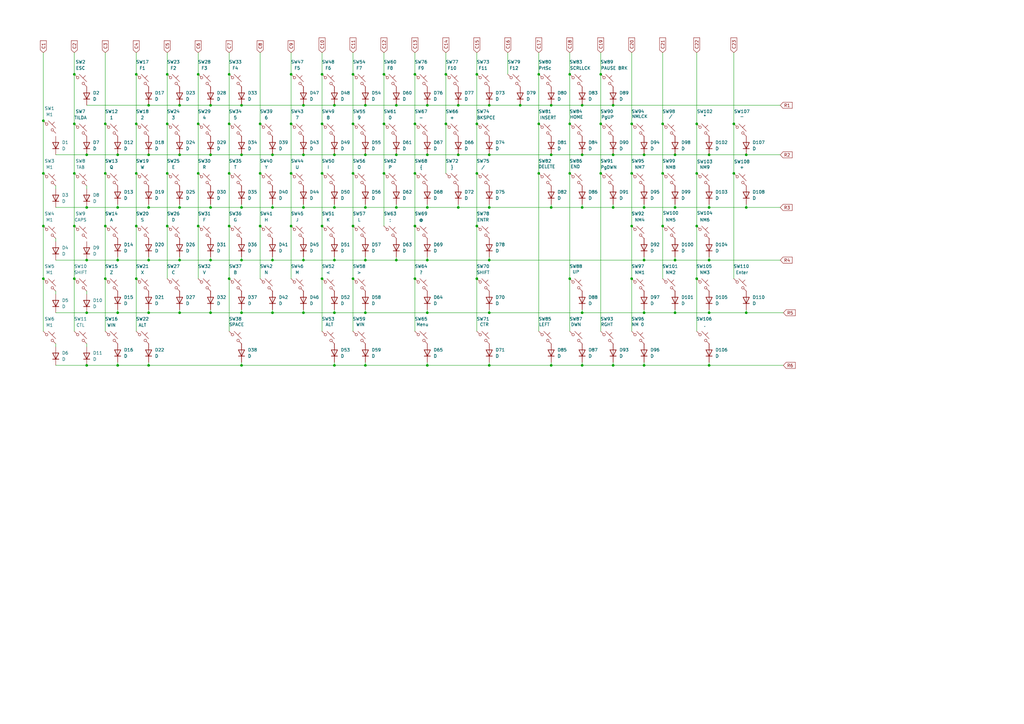
<source format=kicad_sch>
(kicad_sch (version 20231120) (generator "eeschema") (generator_version "8.0")
  (paper "A3")
  (junction (at 86.36 85.09))
  (junction (at 149.86 149.86))
  (junction (at 233.68 50.8))
  (junction (at 264.16 106.68))
  (junction (at 35.56 85.09))
  (junction (at 124.46 63.5))
  (junction (at 200.66 128.27))
  (junction (at 99.06 85.09))
  (junction (at 35.56 63.5))
  (junction (at 149.86 85.09))
  (junction (at 144.78 30.48))
  (junction (at 132.08 30.48))
  (junction (at 246.38 30.48))
  (junction (at 276.86 106.68))
  (junction (at 60.96 43.18))
  (junction (at 119.38 92.71))
  (junction (at 111.76 106.68))
  (junction (at 238.76 85.09))
  (junction (at 99.06 106.68))
  (junction (at 55.88 92.71))
  (junction (at 259.08 114.3))
  (junction (at 68.58 50.8))
  (junction (at 175.26 85.09))
  (junction (at 30.48 92.71))
  (junction (at 200.66 149.86))
  (junction (at 111.76 63.5))
  (junction (at 290.83 149.86))
  (junction (at 30.48 71.12))
  (junction (at 213.36 43.18))
  (junction (at 137.16 85.09))
  (junction (at 233.68 71.12))
  (junction (at 285.75 92.71))
  (junction (at 17.78 49.53))
  (junction (at 157.48 30.48))
  (junction (at 238.76 128.27))
  (junction (at 93.98 30.48))
  (junction (at 233.68 30.48))
  (junction (at 170.18 50.8))
  (junction (at 157.48 71.12))
  (junction (at 99.06 63.5))
  (junction (at 149.86 106.68))
  (junction (at 43.18 50.8))
  (junction (at 200.66 43.18))
  (junction (at 73.66 43.18))
  (junction (at 175.26 63.5))
  (junction (at 175.26 43.18))
  (junction (at 99.06 43.18))
  (junction (at 187.96 85.09))
  (junction (at 43.18 92.71))
  (junction (at 276.86 63.5))
  (junction (at 55.88 50.8))
  (junction (at 162.56 85.09))
  (junction (at 17.78 114.3))
  (junction (at 86.36 63.5))
  (junction (at 137.16 63.5))
  (junction (at 35.56 149.86))
  (junction (at 73.66 106.68))
  (junction (at 162.56 63.5))
  (junction (at 17.78 92.71))
  (junction (at 48.26 128.27))
  (junction (at 35.56 128.27))
  (junction (at 187.96 43.18))
  (junction (at 170.18 30.48))
  (junction (at 137.16 128.27))
  (junction (at 290.83 106.68))
  (junction (at 162.56 106.68))
  (junction (at 124.46 106.68))
  (junction (at 48.26 63.5))
  (junction (at 246.38 50.8))
  (junction (at 285.75 114.3))
  (junction (at 60.96 128.27))
  (junction (at 68.58 71.12))
  (junction (at 73.66 85.09))
  (junction (at 48.26 85.09))
  (junction (at 106.68 50.8))
  (junction (at 106.68 92.71))
  (junction (at 187.96 63.5))
  (junction (at 195.58 92.71))
  (junction (at 157.48 50.8))
  (junction (at 93.98 71.12))
  (junction (at 73.66 63.5))
  (junction (at 81.28 71.12))
  (junction (at 306.07 85.09))
  (junction (at 306.07 63.5))
  (junction (at 259.08 92.71))
  (junction (at 226.06 85.09))
  (junction (at 132.08 114.3))
  (junction (at 233.68 114.3))
  (junction (at 43.18 71.12))
  (junction (at 149.86 43.18))
  (junction (at 175.26 149.86))
  (junction (at 300.99 50.8))
  (junction (at 93.98 114.3))
  (junction (at 175.26 106.68))
  (junction (at 290.83 85.09))
  (junction (at 137.16 149.86))
  (junction (at 86.36 106.68))
  (junction (at 119.38 71.12))
  (junction (at 30.48 114.3))
  (junction (at 111.76 128.27))
  (junction (at 238.76 149.86))
  (junction (at 124.46 43.18))
  (junction (at 195.58 114.3))
  (junction (at 111.76 85.09))
  (junction (at 137.16 43.18))
  (junction (at 271.78 71.12))
  (junction (at 200.66 85.09))
  (junction (at 144.78 50.8))
  (junction (at 290.83 128.27))
  (junction (at 81.28 92.71))
  (junction (at 132.08 50.8))
  (junction (at 93.98 50.8))
  (junction (at 55.88 30.48))
  (junction (at 170.18 114.3))
  (junction (at 264.16 63.5))
  (junction (at 144.78 92.71))
  (junction (at 73.66 128.27))
  (junction (at 276.86 128.27))
  (junction (at 226.06 43.18))
  (junction (at 30.48 50.8))
  (junction (at 251.46 43.18))
  (junction (at 264.16 128.27))
  (junction (at 132.08 92.71))
  (junction (at 251.46 149.86))
  (junction (at 220.98 50.8))
  (junction (at 60.96 106.68))
  (junction (at 195.58 71.12))
  (junction (at 285.75 50.8))
  (junction (at 106.68 71.12))
  (junction (at 259.08 50.8))
  (junction (at 132.08 71.12))
  (junction (at 238.76 43.18))
  (junction (at 60.96 85.09))
  (junction (at 99.06 149.86))
  (junction (at 226.06 149.86))
  (junction (at 68.58 30.48))
  (junction (at 149.86 63.5))
  (junction (at 81.28 50.8))
  (junction (at 175.26 128.27))
  (junction (at 99.06 128.27))
  (junction (at 195.58 50.8))
  (junction (at 300.99 71.12))
  (junction (at 60.96 63.5))
  (junction (at 259.08 71.12))
  (junction (at 124.46 128.27))
  (junction (at 124.46 85.09))
  (junction (at 119.38 50.8))
  (junction (at 276.86 85.09))
  (junction (at 264.16 85.09))
  (junction (at 93.98 92.71))
  (junction (at 220.98 71.12))
  (junction (at 86.36 43.18))
  (junction (at 55.88 71.12))
  (junction (at 264.16 149.86))
  (junction (at 149.86 128.27))
  (junction (at 81.28 30.48))
  (junction (at 271.78 92.71))
  (junction (at 251.46 85.09))
  (junction (at 195.58 30.48))
  (junction (at 238.76 63.5))
  (junction (at 285.75 71.12))
  (junction (at 55.88 114.3))
  (junction (at 35.56 106.68))
  (junction (at 48.26 149.86))
  (junction (at 306.07 128.27))
  (junction (at 200.66 106.68))
  (junction (at 119.38 30.48))
  (junction (at 48.26 106.68))
  (junction (at 17.78 71.12))
  (junction (at 43.18 114.3))
  (junction (at 290.83 63.5))
  (junction (at 137.16 106.68))
  (junction (at 251.46 63.5))
  (junction (at 271.78 50.8))
  (junction (at 182.88 50.8))
  (junction (at 60.96 149.86))
  (junction (at 226.06 63.5))
  (junction (at 162.56 43.18))
  (junction (at 200.66 63.5))
  (junction (at 170.18 71.12))
  (junction (at 220.98 30.48))
  (junction (at 144.78 71.12))
  (junction (at 246.38 71.12))
  (junction (at 86.36 128.27))
  (junction (at 68.58 92.71))
  (junction (at 30.48 30.48))
  (junction (at 144.78 114.3))
  (junction (at 170.18 92.71))
  (junction (at 182.88 30.48))
  (wire (pts (xy 124.46 43.18) (xy 137.16 43.18)))
  (wire (pts (xy 119.38 21.59) (xy 119.38 30.48)))
  (wire (pts (xy 285.75 92.71) (xy 285.75 114.3)))
  (wire (pts (xy 86.36 106.68) (xy 99.06 106.68)))
  (wire (pts (xy 48.26 85.09) (xy 60.96 85.09)))
  (wire (pts (xy 99.06 149.86) (xy 137.16 149.86)))
  (wire (pts (xy 119.38 50.8) (xy 119.38 71.12)))
  (wire (pts (xy 144.78 21.59) (xy 144.78 30.48)))
  (wire (pts (xy 306.07 83.82) (xy 306.07 85.09)))
  (wire (pts (xy 81.28 92.71) (xy 81.28 114.3)))
  (wire (pts (xy 111.76 85.09) (xy 111.76 83.82)))
  (wire (pts (xy 285.75 71.12) (xy 285.75 92.71)))
  (wire (pts (xy 162.56 63.5) (xy 175.26 63.5)))
  (wire (pts (xy 99.06 128.27) (xy 111.76 128.27)))
  (wire (pts (xy 99.06 85.09) (xy 99.06 83.82)))
  (wire (pts (xy 290.83 63.5) (xy 306.07 63.5)))
  (wire (pts (xy 157.48 30.48) (xy 157.48 50.8)))
  (wire (pts (xy 195.58 30.48) (xy 195.58 50.8)))
  (wire (pts (xy 22.86 119.38) (xy 22.86 120.65)))
  (wire (pts (xy 124.46 106.68) (xy 124.46 105.41)))
  (wire (pts (xy 246.38 50.8) (xy 246.38 71.12)))
  (wire (pts (xy 149.86 106.68) (xy 149.86 105.41)))
  (wire (pts (xy 124.46 85.09) (xy 124.46 83.82)))
  (wire (pts (xy 264.16 105.41) (xy 264.16 106.68)))
  (wire (pts (xy 119.38 92.71) (xy 119.38 114.3)))
  (wire (pts (xy 264.16 149.86) (xy 264.16 148.59)))
  (wire (pts (xy 149.86 128.27) (xy 175.26 128.27)))
  (wire (pts (xy 149.86 85.09) (xy 162.56 85.09)))
  (wire (pts (xy 187.96 85.09) (xy 187.96 83.82)))
  (wire (pts (xy 17.78 114.3) (xy 17.78 135.89)))
  (wire (pts (xy 200.66 63.5) (xy 226.06 63.5)))
  (wire (pts (xy 73.66 63.5) (xy 86.36 63.5)))
  (wire (pts (xy 195.58 92.71) (xy 195.58 114.3)))
  (wire (pts (xy 17.78 21.59) (xy 17.78 49.53)))
  (wire (pts (xy 81.28 30.48) (xy 81.28 50.8)))
  (wire (pts (xy 149.86 148.59) (xy 149.86 149.86)))
  (wire (pts (xy 238.76 127) (xy 238.76 128.27)))
  (wire (pts (xy 149.86 85.09) (xy 149.86 83.82)))
  (wire (pts (xy 157.48 71.12) (xy 157.48 92.71)))
  (wire (pts (xy 22.86 140.97) (xy 22.86 142.24)))
  (wire (pts (xy 99.06 148.59) (xy 99.06 149.86)))
  (wire (pts (xy 48.26 85.09) (xy 35.56 85.09)))
  (wire (pts (xy 30.48 21.59) (xy 30.48 30.48)))
  (wire (pts (xy 200.66 149.86) (xy 226.06 149.86)))
  (wire (pts (xy 175.26 85.09) (xy 175.26 83.82)))
  (wire (pts (xy 86.36 85.09) (xy 99.06 85.09)))
  (wire (pts (xy 68.58 50.8) (xy 68.58 71.12)))
  (wire (pts (xy 111.76 106.68) (xy 124.46 106.68)))
  (wire (pts (xy 35.56 76.2) (xy 35.56 77.47)))
  (wire (pts (xy 264.16 106.68) (xy 276.86 106.68)))
  (wire (pts (xy 137.16 128.27) (xy 149.86 128.27)))
  (wire (pts (xy 300.99 21.59) (xy 300.99 50.8)))
  (wire (pts (xy 22.86 149.86) (xy 35.56 149.86)))
  (wire (pts (xy 144.78 114.3) (xy 144.78 135.89)))
  (wire (pts (xy 137.16 85.09) (xy 149.86 85.09)))
  (wire (pts (xy 162.56 43.18) (xy 175.26 43.18)))
  (wire (pts (xy 22.86 76.2) (xy 22.86 77.47)))
  (wire (pts (xy 238.76 149.86) (xy 251.46 149.86)))
  (wire (pts (xy 55.88 30.48) (xy 55.88 50.8)))
  (wire (pts (xy 238.76 63.5) (xy 251.46 63.5)))
  (wire (pts (xy 175.26 148.59) (xy 175.26 149.86)))
  (wire (pts (xy 271.78 92.71) (xy 271.78 114.3)))
  (wire (pts (xy 124.46 106.68) (xy 137.16 106.68)))
  (wire (pts (xy 60.96 106.68) (xy 73.66 106.68)))
  (wire (pts (xy 226.06 149.86) (xy 226.06 148.59)))
  (wire (pts (xy 149.86 128.27) (xy 149.86 127)))
  (wire (pts (xy 132.08 30.48) (xy 132.08 50.8)))
  (wire (pts (xy 149.86 149.86) (xy 137.16 149.86)))
  (wire (pts (xy 290.83 128.27) (xy 306.07 128.27)))
  (wire (pts (xy 111.76 63.5) (xy 124.46 63.5)))
  (wire (pts (xy 124.46 63.5) (xy 137.16 63.5)))
  (wire (pts (xy 30.48 114.3) (xy 30.48 135.89)))
  (wire (pts (xy 276.86 127) (xy 276.86 128.27)))
  (wire (pts (xy 175.26 106.68) (xy 200.66 106.68)))
  (wire (pts (xy 259.08 21.59) (xy 259.08 50.8)))
  (wire (pts (xy 137.16 85.09) (xy 137.16 83.82)))
  (wire (pts (xy 175.26 43.18) (xy 187.96 43.18)))
  (wire (pts (xy 182.88 50.8) (xy 182.88 71.12)))
  (wire (pts (xy 246.38 30.48) (xy 246.38 50.8)))
  (wire (pts (xy 144.78 71.12) (xy 144.78 92.71)))
  (wire (pts (xy 300.99 50.8) (xy 300.99 71.12)))
  (wire (pts (xy 285.75 21.59) (xy 285.75 50.8)))
  (wire (pts (xy 162.56 85.09) (xy 162.56 83.82)))
  (wire (pts (xy 106.68 92.71) (xy 106.68 114.3)))
  (wire (pts (xy 149.86 149.86) (xy 175.26 149.86)))
  (wire (pts (xy 200.66 128.27) (xy 200.66 127)))
  (wire (pts (xy 43.18 92.71) (xy 43.18 114.3)))
  (wire (pts (xy 187.96 43.18) (xy 200.66 43.18)))
  (wire (pts (xy 99.06 85.09) (xy 111.76 85.09)))
  (wire (pts (xy 132.08 114.3) (xy 132.08 135.89)))
  (wire (pts (xy 93.98 71.12) (xy 93.98 92.71)))
  (wire (pts (xy 251.46 85.09) (xy 264.16 85.09)))
  (wire (pts (xy 132.08 71.12) (xy 132.08 92.71)))
  (wire (pts (xy 175.26 128.27) (xy 200.66 128.27)))
  (wire (pts (xy 200.66 83.82) (xy 200.66 85.09)))
  (wire (pts (xy 35.56 140.97) (xy 35.56 142.24)))
  (wire (pts (xy 55.88 50.8) (xy 55.88 71.12)))
  (wire (pts (xy 137.16 63.5) (xy 149.86 63.5)))
  (wire (pts (xy 182.88 21.59) (xy 182.88 30.48)))
  (wire (pts (xy 285.75 50.8) (xy 285.75 71.12)))
  (wire (pts (xy 306.07 85.09) (xy 320.04 85.09)))
  (wire (pts (xy 220.98 50.8) (xy 220.98 71.12)))
  (wire (pts (xy 55.88 71.12) (xy 55.88 92.71)))
  (wire (pts (xy 200.66 106.68) (xy 264.16 106.68)))
  (wire (pts (xy 264.16 85.09) (xy 276.86 85.09)))
  (wire (pts (xy 35.56 43.18) (xy 60.96 43.18)))
  (wire (pts (xy 48.26 106.68) (xy 60.96 106.68)))
  (wire (pts (xy 73.66 128.27) (xy 73.66 127)))
  (wire (pts (xy 60.96 85.09) (xy 60.96 83.82)))
  (wire (pts (xy 81.28 50.8) (xy 81.28 71.12)))
  (wire (pts (xy 175.26 63.5) (xy 187.96 63.5)))
  (wire (pts (xy 144.78 92.71) (xy 144.78 114.3)))
  (wire (pts (xy 264.16 128.27) (xy 276.86 128.27)))
  (wire (pts (xy 157.48 21.59) (xy 157.48 30.48)))
  (wire (pts (xy 30.48 50.8) (xy 30.48 71.12)))
  (wire (pts (xy 238.76 83.82) (xy 238.76 85.09)))
  (wire (pts (xy 170.18 21.59) (xy 170.18 30.48)))
  (wire (pts (xy 175.26 85.09) (xy 187.96 85.09)))
  (wire (pts (xy 276.86 63.5) (xy 290.83 63.5)))
  (wire (pts (xy 271.78 50.8) (xy 271.78 71.12)))
  (wire (pts (xy 290.83 106.68) (xy 320.04 106.68)))
  (wire (pts (xy 290.83 105.41) (xy 290.83 106.68)))
  (wire (pts (xy 60.96 106.68) (xy 60.96 105.41)))
  (wire (pts (xy 22.86 106.68) (xy 35.56 106.68)))
  (wire (pts (xy 60.96 149.86) (xy 99.06 149.86)))
  (wire (pts (xy 264.16 63.5) (xy 276.86 63.5)))
  (wire (pts (xy 60.96 149.86) (xy 60.96 148.59)))
  (wire (pts (xy 170.18 71.12) (xy 170.18 92.71)))
  (wire (pts (xy 73.66 106.68) (xy 86.36 106.68)))
  (wire (pts (xy 285.75 114.3) (xy 285.75 135.89)))
  (wire (pts (xy 290.83 85.09) (xy 306.07 85.09)))
  (wire (pts (xy 17.78 71.12) (xy 17.78 92.71)))
  (wire (pts (xy 200.66 85.09) (xy 226.06 85.09)))
  (wire (pts (xy 60.96 128.27) (xy 73.66 128.27)))
  (wire (pts (xy 259.08 114.3) (xy 259.08 135.89)))
  (wire (pts (xy 93.98 21.59) (xy 93.98 30.48)))
  (wire (pts (xy 35.56 63.5) (xy 48.26 63.5)))
  (wire (pts (xy 306.07 63.5) (xy 320.04 63.5)))
  (wire (pts (xy 238.76 128.27) (xy 264.16 128.27)))
  (wire (pts (xy 175.26 128.27) (xy 175.26 127)))
  (wire (pts (xy 195.58 114.3) (xy 195.58 135.89)))
  (wire (pts (xy 60.96 43.18) (xy 73.66 43.18)))
  (wire (pts (xy 251.46 63.5) (xy 264.16 63.5)))
  (wire (pts (xy 137.16 149.86) (xy 137.16 148.59)))
  (wire (pts (xy 149.86 63.5) (xy 162.56 63.5)))
  (wire (pts (xy 290.83 148.59) (xy 290.83 149.86)))
  (wire (pts (xy 137.16 106.68) (xy 149.86 106.68)))
  (wire (pts (xy 48.26 148.59) (xy 48.26 149.86)))
  (wire (pts (xy 68.58 92.71) (xy 68.58 114.3)))
  (wire (pts (xy 276.86 85.09) (xy 290.83 85.09)))
  (wire (pts (xy 226.06 85.09) (xy 238.76 85.09)))
  (wire (pts (xy 93.98 50.8) (xy 93.98 71.12)))
  (wire (pts (xy 48.26 149.86) (xy 35.56 149.86)))
  (wire (pts (xy 162.56 85.09) (xy 175.26 85.09)))
  (wire (pts (xy 55.88 92.71) (xy 55.88 114.3)))
  (wire (pts (xy 144.78 30.48) (xy 144.78 50.8)))
  (wire (pts (xy 99.06 43.18) (xy 124.46 43.18)))
  (wire (pts (xy 220.98 21.59) (xy 220.98 30.48)))
  (wire (pts (xy 73.66 85.09) (xy 73.66 83.82)))
  (wire (pts (xy 200.66 85.09) (xy 187.96 85.09)))
  (wire (pts (xy 233.68 50.8) (xy 233.68 71.12)))
  (wire (pts (xy 93.98 30.48) (xy 93.98 50.8)))
  (wire (pts (xy 195.58 21.59) (xy 195.58 30.48)))
  (wire (pts (xy 43.18 21.59) (xy 43.18 50.8)))
  (wire (pts (xy 48.26 105.41) (xy 48.26 106.68)))
  (wire (pts (xy 195.58 71.12) (xy 195.58 92.71)))
  (wire (pts (xy 73.66 43.18) (xy 86.36 43.18)))
  (wire (pts (xy 271.78 21.59) (xy 271.78 50.8)))
  (wire (pts (xy 220.98 71.12) (xy 220.98 135.89)))
  (wire (pts (xy 68.58 71.12) (xy 68.58 92.71)))
  (wire (pts (xy 81.28 21.59) (xy 81.28 30.48)))
  (wire (pts (xy 251.46 149.86) (xy 251.46 148.59)))
  (wire (pts (xy 60.96 63.5) (xy 73.66 63.5)))
  (wire (pts (xy 111.76 106.68) (xy 111.76 105.41)))
  (wire (pts (xy 170.18 114.3) (xy 170.18 135.89)))
  (wire (pts (xy 119.38 30.48) (xy 119.38 50.8)))
  (wire (pts (xy 93.98 92.71) (xy 93.98 114.3)))
  (wire (pts (xy 30.48 71.12) (xy 30.48 92.71)))
  (wire (pts (xy 106.68 71.12) (xy 106.68 92.71)))
  (wire (pts (xy 187.96 63.5) (xy 200.66 63.5)))
  (wire (pts (xy 170.18 30.48) (xy 170.18 50.8)))
  (wire (pts (xy 73.66 106.68) (xy 73.66 105.41)))
  (wire (pts (xy 149.86 106.68) (xy 162.56 106.68)))
  (wire (pts (xy 43.18 71.12) (xy 43.18 92.71)))
  (wire (pts (xy 170.18 92.71) (xy 170.18 114.3)))
  (wire (pts (xy 73.66 85.09) (xy 86.36 85.09)))
  (wire (pts (xy 226.06 63.5) (xy 238.76 63.5)))
  (wire (pts (xy 157.48 50.8) (xy 157.48 71.12)))
  (wire (pts (xy 226.06 149.86) (xy 238.76 149.86)))
  (wire (pts (xy 276.86 128.27) (xy 290.83 128.27)))
  (wire (pts (xy 200.66 148.59) (xy 200.66 149.86)))
  (wire (pts (xy 195.58 50.8) (xy 195.58 71.12)))
  (wire (pts (xy 264.16 83.82) (xy 264.16 85.09)))
  (wire (pts (xy 208.28 21.59) (xy 208.28 30.48)))
  (wire (pts (xy 86.36 106.68) (xy 86.36 105.41)))
  (wire (pts (xy 99.06 128.27) (xy 99.06 127)))
  (wire (pts (xy 86.36 128.27) (xy 99.06 128.27)))
  (wire (pts (xy 264.16 127) (xy 264.16 128.27)))
  (wire (pts (xy 175.26 106.68) (xy 175.26 105.41)))
  (wire (pts (xy 264.16 149.86) (xy 290.83 149.86)))
  (wire (pts (xy 137.16 106.68) (xy 137.16 105.41)))
  (wire (pts (xy 86.36 43.18) (xy 99.06 43.18)))
  (wire (pts (xy 220.98 30.48) (xy 220.98 50.8)))
  (wire (pts (xy 106.68 21.59) (xy 106.68 50.8)))
  (wire (pts (xy 276.86 83.82) (xy 276.86 85.09)))
  (wire (pts (xy 68.58 21.59) (xy 68.58 30.48)))
  (wire (pts (xy 276.86 105.41) (xy 276.86 106.68)))
  (wire (pts (xy 238.76 149.86) (xy 238.76 148.59)))
  (wire (pts (xy 238.76 43.18) (xy 251.46 43.18)))
  (wire (pts (xy 99.06 106.68) (xy 99.06 105.41)))
  (wire (pts (xy 86.36 63.5) (xy 99.06 63.5)))
  (wire (pts (xy 73.66 128.27) (xy 86.36 128.27)))
  (wire (pts (xy 170.18 50.8) (xy 170.18 71.12)))
  (wire (pts (xy 162.56 106.68) (xy 162.56 105.41)))
  (wire (pts (xy 119.38 71.12) (xy 119.38 92.71)))
  (wire (pts (xy 17.78 49.53) (xy 17.78 71.12)))
  (wire (pts (xy 124.46 128.27) (xy 137.16 128.27)))
  (wire (pts (xy 290.83 149.86) (xy 321.31 149.86)))
  (wire (pts (xy 251.46 43.18) (xy 320.04 43.18)))
  (wire (pts (xy 48.26 149.86) (xy 60.96 149.86)))
  (wire (pts (xy 233.68 114.3) (xy 233.68 135.89)))
  (wire (pts (xy 306.07 127) (xy 306.07 128.27)))
  (wire (pts (xy 238.76 85.09) (xy 251.46 85.09)))
  (wire (pts (xy 251.46 149.86) (xy 264.16 149.86)))
  (wire (pts (xy 251.46 83.82) (xy 251.46 85.09)))
  (wire (pts (xy 246.38 21.59) (xy 246.38 30.48)))
  (wire (pts (xy 48.26 83.82) (xy 48.26 85.09)))
  (wire (pts (xy 182.88 30.48) (xy 182.88 50.8)))
  (wire (pts (xy 106.68 50.8) (xy 106.68 71.12)))
  (wire (pts (xy 43.18 114.3) (xy 43.18 135.89)))
  (wire (pts (xy 111.76 128.27) (xy 111.76 127)))
  (wire (pts (xy 132.08 50.8) (xy 132.08 71.12)))
  (wire (pts (xy 48.26 128.27) (xy 60.96 128.27)))
  (wire (pts (xy 259.08 92.71) (xy 259.08 114.3)))
  (wire (pts (xy 175.26 149.86) (xy 200.66 149.86)))
  (wire (pts (xy 132.08 92.71) (xy 132.08 114.3)))
  (wire (pts (xy 55.88 114.3) (xy 55.88 135.89)))
  (wire (pts (xy 22.86 85.09) (xy 35.56 85.09)))
  (wire (pts (xy 144.78 50.8) (xy 144.78 71.12)))
  (wire (pts (xy 137.16 43.18) (xy 149.86 43.18)))
  (wire (pts (xy 132.08 21.59) (xy 132.08 30.48)))
  (wire (pts (xy 35.56 119.38) (xy 35.56 120.65)))
  (wire (pts (xy 306.07 128.27) (xy 321.31 128.27)))
  (wire (pts (xy 99.06 106.68) (xy 111.76 106.68)))
  (wire (pts (xy 30.48 30.48) (xy 30.48 50.8)))
  (wire (pts (xy 246.38 71.12) (xy 246.38 135.89)))
  (wire (pts (xy 276.86 106.68) (xy 290.83 106.68)))
  (wire (pts (xy 48.26 63.5) (xy 60.96 63.5)))
  (wire (pts (xy 93.98 114.3) (xy 93.98 135.89)))
  (wire (pts (xy 81.28 71.12) (xy 81.28 92.71)))
  (wire (pts (xy 137.16 128.27) (xy 137.16 127)))
  (wire (pts (xy 55.88 21.59) (xy 55.88 30.48)))
  (wire (pts (xy 60.96 128.27) (xy 60.96 127)))
  (wire (pts (xy 48.26 106.68) (xy 35.56 106.68)))
  (wire (pts (xy 43.18 50.8) (xy 43.18 71.12)))
  (wire (pts (xy 233.68 21.59) (xy 233.68 30.48)))
  (wire (pts (xy 124.46 128.27) (xy 124.46 127)))
  (wire (pts (xy 22.86 97.79) (xy 22.86 99.06)))
  (wire (pts (xy 233.68 71.12) (xy 233.68 114.3)))
  (wire (pts (xy 200.66 128.27) (xy 238.76 128.27)))
  (wire (pts (xy 86.36 128.27) (xy 86.36 127)))
  (wire (pts (xy 111.76 128.27) (xy 124.46 128.27)))
  (wire (pts (xy 290.83 127) (xy 290.83 128.27)))
  (wire (pts (xy 226.06 43.18) (xy 238.76 43.18)))
  (wire (pts (xy 22.86 128.27) (xy 35.56 128.27)))
  (wire (pts (xy 17.78 92.71) (xy 17.78 114.3)))
  (wire (pts (xy 259.08 71.12) (xy 259.08 92.71)))
  (wire (pts (xy 48.26 127) (xy 48.26 128.27)))
  (wire (pts (xy 68.58 30.48) (xy 68.58 50.8)))
  (wire (pts (xy 86.36 85.09) (xy 86.36 83.82)))
  (wire (pts (xy 290.83 83.82) (xy 290.83 85.09)))
  (wire (pts (xy 271.78 71.12) (xy 271.78 92.71)))
  (wire (pts (xy 162.56 106.68) (xy 175.26 106.68)))
  (wire (pts (xy 149.86 43.18) (xy 162.56 43.18)))
  (wire (pts (xy 30.48 92.71) (xy 30.48 114.3)))
  (wire (pts (xy 259.08 50.8) (xy 259.08 71.12)))
  (wire (pts (xy 22.86 63.5) (xy 35.56 63.5)))
  (wire (pts (xy 48.26 128.27) (xy 35.56 128.27)))
  (wire (pts (xy 200.66 43.18) (xy 213.36 43.18)))
  (wire (pts (xy 124.46 85.09) (xy 137.16 85.09)))
  (wire (pts (xy 226.06 83.82) (xy 226.06 85.09)))
  (wire (pts (xy 233.68 30.48) (xy 233.68 50.8)))
  (wire (pts (xy 200.66 106.68) (xy 200.66 105.41)))
  (wire (pts (xy 99.06 63.5) (xy 111.76 63.5)))
  (wire (pts (xy 213.36 43.18) (xy 226.06 43.18)))
  (wire (pts (xy 300.99 71.12) (xy 300.99 114.3)))
  (wire (pts (xy 60.96 85.09) (xy 73.66 85.09)))
  (wire (pts (xy 111.76 85.09) (xy 124.46 85.09)))
  (global_label "C6" (shape input) (at 81.28 21.59 90) (property "Intersheetrefs" "${INTERSHEET_REFS}" (effects (hide yes))))
  (global_label "C22" (shape input) (at 285.75 21.59 90) (property "Intersheetrefs" "${INTERSHEET_REFS}" (effects (hide yes))))
  (global_label "C5" (shape input) (at 68.58 21.59 90) (property "Intersheetrefs" "${INTERSHEET_REFS}" (effects (hide yes))))
  (global_label "C7" (shape input) (at 93.98 21.59 90) (property "Intersheetrefs" "${INTERSHEET_REFS}" (effects (hide yes))))
  (global_label "C18" (shape input) (at 233.68 21.59 90) (property "Intersheetrefs" "${INTERSHEET_REFS}" (effects (hide yes))))
  (global_label "C11" (shape input) (at 144.78 21.59 90) (property "Intersheetrefs" "${INTERSHEET_REFS}" (effects (hide yes))))
  (global_label "C16" (shape input) (at 208.28 21.59 90) (property "Intersheetrefs" "${INTERSHEET_REFS}" (effects (hide yes))))
  (global_label "C4" (shape input) (at 55.88 21.59 90) (property "Intersheetrefs" "${INTERSHEET_REFS}" (effects (hide yes))))
  (global_label "C3" (shape input) (at 43.18 21.59 90) (property "Intersheetrefs" "${INTERSHEET_REFS}" (effects (hide yes))))
  (global_label "R2" (shape input) (at 320.04 63.5 0) (property "Intersheetrefs" "${INTERSHEET_REFS}" (effects (hide yes))))
  (global_label "C15" (shape input) (at 195.58 21.59 90) (property "Intersheetrefs" "${INTERSHEET_REFS}" (effects (hide yes))))
  (global_label "R6" (shape input) (at 321.31 149.86 0) (property "Intersheetrefs" "${INTERSHEET_REFS}" (effects (hide yes))))
  (global_label "C21" (shape input) (at 271.78 21.59 90) (property "Intersheetrefs" "${INTERSHEET_REFS}" (effects (hide yes))))
  (global_label "C1" (shape input) (at 17.78 21.59 90) (property "Intersheetrefs" "${INTERSHEET_REFS}" (effects (hide yes))))
  (global_label "C9" (shape input) (at 119.38 21.59 90) (property "Intersheetrefs" "${INTERSHEET_REFS}" (effects (hide yes))))
  (global_label "R4" (shape input) (at 320.04 106.68 0) (property "Intersheetrefs" "${INTERSHEET_REFS}" (effects (hide yes))))
  (global_label "C12" (shape input) (at 157.48 21.59 90) (property "Intersheetrefs" "${INTERSHEET_REFS}" (effects (hide yes))))
  (global_label "C19" (shape input) (at 246.38 21.59 90) (property "Intersheetrefs" "${INTERSHEET_REFS}" (effects (hide yes))))
  (global_label "C10" (shape input) (at 132.08 21.59 90) (property "Intersheetrefs" "${INTERSHEET_REFS}" (effects (hide yes))))
  (global_label "C13" (shape input) (at 170.18 21.59 90) (property "Intersheetrefs" "${INTERSHEET_REFS}" (effects (hide yes))))
  (global_label "R5" (shape input) (at 321.31 128.27 0) (property "Intersheetrefs" "${INTERSHEET_REFS}" (effects (hide yes))))
  (global_label "C2" (shape input) (at 30.48 21.59 90) (property "Intersheetrefs" "${INTERSHEET_REFS}" (effects (hide yes))))
  (global_label "R3" (shape input) (at 320.04 85.09 0) (property "Intersheetrefs" "${INTERSHEET_REFS}" (effects (hide yes))))
  (global_label "C17" (shape input) (at 220.98 21.59 90) (property "Intersheetrefs" "${INTERSHEET_REFS}" (effects (hide yes))))
  (global_label "R1" (shape input) (at 320.04 43.18 0) (property "Intersheetrefs" "${INTERSHEET_REFS}" (effects (hide yes))))
  (global_label "C20" (shape input) (at 259.08 21.59 90) (property "Intersheetrefs" "${INTERSHEET_REFS}" (effects (hide yes))))
  (global_label "C8" (shape input) (at 106.68 21.59 90) (property "Intersheetrefs" "${INTERSHEET_REFS}" (effects (hide yes))))
  (global_label "C23" (shape input) (at 300.99 21.59 90) (property "Intersheetrefs" "${INTERSHEET_REFS}" (effects (hide yes))))
  (global_label "C14" (shape input) (at 182.88 21.59 90) (property "Intersheetrefs" "${INTERSHEET_REFS}" (effects (hide yes))))
  (symbol (lib_id "Device:D") (at 290.83 123.19 90) (unit 1)
    (property "Reference" "D105" (at 293.37 121.9199 90) (effects (justify right)))
    (property "Value" "D" (at 293.37 124.4599 90) (effects (justify right)))
    (property "Description" "Diode" (effects (hide yes)))
    (property "Sim.Device" "D" (effects (hide yes)))
    (property "Sim.Pins" "1=K 2=A" (effects (hide yes)))
  )
  (symbol (lib_id "Device:D") (at 73.66 80.01 90) (unit 1)
    (property "Reference" "D25" (at 76.2 78.7399 90) (effects (justify right)))
    (property "Value" "D" (at 76.2 81.2799 90) (effects (justify right)))
    (property "Description" "Diode" (effects (hide yes)))
    (property "Sim.Device" "D" (effects (hide yes)))
    (property "Sim.Pins" "1=K 2=A" (effects (hide yes)))
  )
  (symbol (lib_id "Device:D") (at 60.96 101.6 90) (unit 1)
    (property "Reference" "D20" (at 63.5 100.3299 90) (effects (justify right)))
    (property "Value" "D" (at 63.5 102.8699 90) (effects (justify right)))
    (property "Description" "Diode" (effects (hide yes)))
    (property "Sim.Device" "D" (effects (hide yes)))
    (property "Sim.Pins" "1=K 2=A" (effects (hide yes)))
  )
  (symbol (lib_id "Device:D") (at 306.07 123.19 90) (unit 1)
    (property "Reference" "D110" (at 308.61 121.9199 90) (effects (justify right)))
    (property "Value" "D" (at 308.61 124.4599 90) (effects (justify right)))
    (property "Description" "Diode" (effects (hide yes)))
    (property "Sim.Device" "D" (effects (hide yes)))
    (property "Sim.Pins" "1=K 2=A" (effects (hide yes)))
  )
  (symbol (lib_id "Switch:SW_Push_45deg") (at 121.92 95.25 0) (unit 1)
    (property "Reference" "SW45" (at 121.92 87.63 0))
    (property "Value" "J" (at 121.92 90.17 0))
    (property "Description" "Push button switch, normally open, two pins, 45° tilted" (effects (hide yes)))
  )
  (symbol (lib_id "Device:D") (at 290.83 80.01 90) (unit 1)
    (property "Reference" "D103" (at 293.37 78.7399 90) (effects (justify right)))
    (property "Value" "D" (at 293.37 81.2799 90) (effects (justify right)))
    (property "Description" "Diode" (effects (hide yes)))
    (property "Sim.Device" "D" (effects (hide yes)))
    (property "Sim.Pins" "1=K 2=A" (effects (hide yes)))
  )
  (symbol (lib_id "Switch:SW_Push_45deg") (at 109.22 95.25 0) (unit 1)
    (property "Reference" "SW41" (at 109.22 87.63 0))
    (property "Value" "H" (at 109.22 90.17 0))
    (property "Description" "Push button switch, normally open, two pins, 45° tilted" (effects (hide yes)))
  )
  (symbol (lib_id "Switch:SW_Push_45deg") (at 83.82 73.66 0) (unit 1)
    (property "Reference" "SW30" (at 83.82 66.04 0))
    (property "Value" "R" (at 83.82 68.58 0))
    (property "Description" "Push button switch, normally open, two pins, 45° tilted" (effects (hide yes)))
  )
  (symbol (lib_id "Switch:SW_Push_45deg") (at 20.32 116.84 0) (unit 1)
    (property "Reference" "SW5" (at 20.32 109.22 0))
    (property "Value" "M1" (at 20.32 111.76 0))
    (property "Description" "Push button switch, normally open, two pins, 45° tilted" (effects (hide yes)))
  )
  (symbol (lib_id "Switch:SW_Push_45deg") (at 303.53 116.84 0) (unit 1)
    (property "Reference" "SW110" (at 304.038 109.22 0))
    (property "Value" "Enter" (at 304.292 111.76 0))
    (property "Description" "Push button switch, normally open, two pins, 45° tilted" (effects (hide yes)))
  )
  (symbol (lib_id "Switch:SW_Push_45deg") (at 261.62 53.34 0) (unit 1)
    (property "Reference" "SW94" (at 261.62 45.72 0))
    (property "Value" "NMLCK" (at 262.382 47.752 0))
    (property "Description" "Push button switch, normally open, two pins, 45° tilted" (effects (hide yes)))
  )
  (symbol (lib_id "Switch:SW_Push_45deg") (at 261.62 95.25 0) (unit 1)
    (property "Reference" "SW92" (at 261.62 87.63 0))
    (property "Value" "NM4" (at 262.382 90.17 0))
    (property "Description" "Push button switch, normally open, two pins, 45° tilted" (effects (hide yes)))
  )
  (symbol (lib_id "Device:D") (at 111.76 101.6 90) (unit 1)
    (property "Reference" "D41" (at 114.3 100.3299 90) (effects (justify right)))
    (property "Value" "D" (at 114.3 102.8699 90) (effects (justify right)))
    (property "Description" "Diode" (effects (hide yes)))
    (property "Sim.Device" "D" (effects (hide yes)))
    (property "Sim.Pins" "1=K 2=A" (effects (hide yes)))
  )
  (symbol (lib_id "Switch:SW_Push_45deg") (at 96.52 73.66 0) (unit 1)
    (property "Reference" "SW35" (at 96.52 66.04 0))
    (property "Value" "T" (at 96.52 68.58 0))
    (property "Description" "Push button switch, normally open, two pins, 45° tilted" (effects (hide yes)))
  )
  (symbol (lib_id "Device:D") (at 200.66 39.37 90) (unit 1)
    (property "Reference" "D73" (at 203.2 38.0999 90) (effects (justify right)))
    (property "Value" "D" (at 203.2 40.6399 90) (effects (justify right)))
    (property "Description" "Diode" (effects (hide yes)))
    (property "Sim.Device" "D" (effects (hide yes)))
    (property "Sim.Pins" "1=K 2=A" (effects (hide yes)))
  )
  (symbol (lib_id "Switch:SW_Push_45deg") (at 33.02 138.43 0) (unit 1)
    (property "Reference" "SW11" (at 33.02 130.81 0))
    (property "Value" "CTL" (at 33.02 133.35 0))
    (property "Description" "Push button switch, normally open, two pins, 45° tilted" (effects (hide yes)))
  )
  (symbol (lib_id "Device:D") (at 137.16 59.69 90) (unit 1)
    (property "Reference" "D49" (at 139.7 58.4199 90) (effects (justify right)))
    (property "Value" "D" (at 139.7 60.9599 90) (effects (justify right)))
    (property "Description" "Diode" (effects (hide yes)))
    (property "Sim.Device" "D" (effects (hide yes)))
    (property "Sim.Pins" "1=K 2=A" (effects (hide yes)))
  )
  (symbol (lib_id "Switch:SW_Push_45deg") (at 236.22 116.84 0) (unit 1)
    (property "Reference" "SW88" (at 236.22 109.22 0))
    (property "Value" "UP" (at 236.22 111.506 0))
    (property "Description" "Push button switch, normally open, two pins, 45° tilted" (effects (hide yes)))
  )
  (symbol (lib_id "Switch:SW_Push_45deg") (at 261.62 116.84 0) (unit 1)
    (property "Reference" "SW97" (at 261.62 109.22 0))
    (property "Value" "NM1" (at 262.382 111.76 0))
    (property "Description" "Push button switch, normally open, two pins, 45° tilted" (effects (hide yes)))
  )
  (symbol (lib_id "Device:D") (at 99.06 59.69 90) (unit 1)
    (property "Reference" "D34" (at 101.6 58.4199 90) (effects (justify right)))
    (property "Value" "D" (at 101.6 60.9599 90) (effects (justify right)))
    (property "Description" "Diode" (effects (hide yes)))
    (property "Sim.Device" "D" (effects (hide yes)))
    (property "Sim.Pins" "1=K 2=A" (effects (hide yes)))
  )
  (symbol (lib_id "Device:D") (at 226.06 144.78 90) (unit 1)
    (property "Reference" "D85" (at 228.6 143.5099 90) (effects (justify right)))
    (property "Value" "D" (at 228.6 146.0499 90) (effects (justify right)))
    (property "Description" "Diode" (effects (hide yes)))
    (property "Sim.Device" "D" (effects (hide yes)))
    (property "Sim.Pins" "1=K 2=A" (effects (hide yes)))
  )
  (symbol (lib_id "Switch:SW_Push_45deg") (at 223.52 33.02 0) (unit 1)
    (property "Reference" "SW80" (at 223.52 25.4 0))
    (property "Value" "PrtSc" (at 223.52 27.94 0))
    (property "Description" "Push button switch, normally open, two pins, 45° tilted" (effects (hide yes)))
  )
  (symbol (lib_id "Device:D") (at 48.26 101.6 90) (unit 1)
    (property "Reference" "D14" (at 50.8 100.3299 90) (effects (justify right)))
    (property "Value" "D" (at 50.8 102.8699 90) (effects (justify right)))
    (property "Description" "Diode" (effects (hide yes)))
    (property "Sim.Device" "D" (effects (hide yes)))
    (property "Sim.Pins" "1=K 2=A" (effects (hide yes)))
  )
  (symbol (lib_id "Device:D") (at 251.46 39.37 90) (unit 1)
    (property "Reference" "D89" (at 254 38.0999 90) (effects (justify right)))
    (property "Value" "D" (at 254 40.6399 90) (effects (justify right)))
    (property "Description" "Diode" (effects (hide yes)))
    (property "Sim.Device" "D" (effects (hide yes)))
    (property "Sim.Pins" "1=K 2=A" (effects (hide yes)))
  )
  (symbol (lib_id "Switch:SW_Push_45deg") (at 96.52 33.02 0) (unit 1)
    (property "Reference" "SW33" (at 96.52 25.4 0))
    (property "Value" "F4" (at 96.52 27.94 0))
    (property "Description" "Push button switch, normally open, two pins, 45° tilted" (effects (hide yes)))
  )
  (symbol (lib_id "Device:D") (at 73.66 39.37 90) (unit 1)
    (property "Reference" "D23" (at 76.2 38.0999 90) (effects (justify right)))
    (property "Value" "D" (at 76.2 40.6399 90) (effects (justify right)))
    (property "Description" "Diode" (effects (hide yes)))
    (property "Sim.Device" "D" (effects (hide yes)))
    (property "Sim.Pins" "1=K 2=A" (effects (hide yes)))
  )
  (symbol (lib_id "Switch:SW_Push_45deg") (at 223.52 53.34 0) (unit 1)
    (property "Reference" "SW81" (at 223.52 45.72 0))
    (property "Value" "INSERT" (at 224.79 48.26 0))
    (property "Description" "Push button switch, normally open, two pins, 45° tilted" (effects (hide yes)))
  )
  (symbol (lib_id "Device:D") (at 290.83 144.78 90) (unit 1)
    (property "Reference" "D106" (at 293.37 143.5099 90) (effects (justify right)))
    (property "Value" "D" (at 293.37 146.0499 90) (effects (justify right)))
    (property "Description" "Diode" (effects (hide yes)))
    (property "Sim.Device" "D" (effects (hide yes)))
    (property "Sim.Pins" "1=K 2=A" (effects (hide yes)))
  )
  (symbol (lib_id "Device:D") (at 73.66 123.19 90) (unit 1)
    (property "Reference" "D27" (at 76.2 121.9199 90) (effects (justify right)))
    (property "Value" "D" (at 76.2 124.4599 90) (effects (justify right)))
    (property "Description" "Diode" (effects (hide yes)))
    (property "Sim.Device" "D" (effects (hide yes)))
    (property "Sim.Pins" "1=K 2=A" (effects (hide yes)))
  )
  (symbol (lib_id "Device:D") (at 238.76 39.37 90) (unit 1)
    (property "Reference" "D83" (at 241.3 38.0999 90) (effects (justify right)))
    (property "Value" "D" (at 241.3 40.6399 90) (effects (justify right)))
    (property "Description" "Diode" (effects (hide yes)))
    (property "Sim.Device" "D" (effects (hide yes)))
    (property "Sim.Pins" "1=K 2=A" (effects (hide yes)))
  )
  (symbol (lib_id "Switch:SW_Push_45deg") (at 45.72 73.66 0) (unit 1)
    (property "Reference" "SW13" (at 45.72 66.04 0))
    (property "Value" "Q" (at 45.72 68.58 0))
    (property "Description" "Push button switch, normally open, two pins, 45° tilted" (effects (hide yes)))
  )
  (symbol (lib_id "Switch:SW_Push_45deg") (at 198.12 116.84 0) (unit 1)
    (property "Reference" "SW70" (at 198.12 109.22 0))
    (property "Value" "SHIFT" (at 198.12 111.76 0))
    (property "Description" "Push button switch, normally open, two pins, 45° tilted" (effects (hide yes)))
  )
  (symbol (lib_id "Device:D") (at 306.07 80.01 90) (unit 1)
    (property "Reference" "D108" (at 308.61 78.7399 90) (effects (justify right)))
    (property "Value" "D" (at 308.61 81.2799 90) (effects (justify right)))
    (property "Description" "Diode" (effects (hide yes)))
    (property "Sim.Device" "D" (effects (hide yes)))
    (property "Sim.Pins" "1=K 2=A" (effects (hide yes)))
  )
  (symbol (lib_id "Switch:SW_Push_45deg") (at 58.42 95.25 0) (unit 1)
    (property "Reference" "SW20" (at 58.42 87.63 0))
    (property "Value" "S" (at 58.42 90.17 0))
    (property "Description" "Push button switch, normally open, two pins, 45° tilted" (effects (hide yes)))
  )
  (symbol (lib_id "Device:D") (at 73.66 101.6 90) (unit 1)
    (property "Reference" "D26" (at 76.2 100.3299 90) (effects (justify right)))
    (property "Value" "D" (at 76.2 102.8699 90) (effects (justify right)))
    (property "Description" "Diode" (effects (hide yes)))
    (property "Sim.Device" "D" (effects (hide yes)))
    (property "Sim.Pins" "1=K 2=A" (effects (hide yes)))
  )
  (symbol (lib_id "Switch:SW_Push_45deg") (at 303.53 73.66 0) (unit 1)
    (property "Reference" "SW108" (at 304.292 66.294 0))
    (property "Value" "+" (at 304.292 68.58 0))
    (property "Description" "Push button switch, normally open, two pins, 45° tilted" (effects (hide yes)))
  )
  (symbol (lib_id "Switch:SW_Push_45deg") (at 185.42 33.02 0) (unit 1)
    (property "Reference" "SW77" (at 185.42 25.4 0))
    (property "Value" "F10" (at 185.42 27.94 0))
    (property "Description" "Push button switch, normally open, two pins, 45° tilted" (effects (hide yes)))
  )
  (symbol (lib_id "Switch:SW_Push_45deg") (at 121.92 73.66 0) (unit 1)
    (property "Reference" "SW44" (at 121.92 66.04 0))
    (property "Value" "U" (at 121.92 68.58 0))
    (property "Description" "Push button switch, normally open, two pins, 45° tilted" (effects (hide yes)))
  )
  (symbol (lib_id "Switch:SW_Push_45deg") (at 121.92 33.02 0) (unit 1)
    (property "Reference" "SW47" (at 121.92 25.4 0))
    (property "Value" "F5" (at 121.92 27.94 0))
    (property "Description" "Push button switch, normally open, two pins, 45° tilted" (effects (hide yes)))
  )
  (symbol (lib_id "Switch:SW_Push_45deg") (at 147.32 73.66 0) (unit 1)
    (property "Reference" "SW56" (at 147.32 66.04 0))
    (property "Value" "O" (at 147.32 68.58 0))
    (property "Description" "Push button switch, normally open, two pins, 45° tilted" (effects (hide yes)))
  )
  (symbol (lib_id "Device:D") (at 86.36 59.69 90) (unit 1)
    (property "Reference" "D29" (at 88.9 58.4199 90) (effects (justify right)))
    (property "Value" "D" (at 88.9 60.9599 90) (effects (justify right)))
    (property "Description" "Diode" (effects (hide yes)))
    (property "Sim.Device" "D" (effects (hide yes)))
    (property "Sim.Pins" "1=K 2=A" (effects (hide yes)))
  )
  (symbol (lib_id "Switch:SW_Push_45deg") (at 45.72 53.34 0) (unit 1)
    (property "Reference" "SW12" (at 45.72 45.72 0))
    (property "Value" "1" (at 45.72 48.26 0))
    (property "Description" "Push button switch, normally open, two pins, 45° tilted" (effects (hide yes)))
  )
  (symbol (lib_id "Switch:SW_Push_45deg") (at 198.12 33.02 0) (unit 1)
    (property "Reference" "SW73" (at 198.12 25.4 0))
    (property "Value" "F11" (at 198.12 27.94 0))
    (property "Description" "Push button switch, normally open, two pins, 45° tilted" (effects (hide yes)))
  )
  (symbol (lib_id "Switch:SW_Push_45deg") (at 45.72 116.84 0) (unit 1)
    (property "Reference" "SW15" (at 45.72 109.22 0))
    (property "Value" "Z" (at 45.72 111.76 0))
    (property "Description" "Push button switch, normally open, two pins, 45° tilted" (effects (hide yes)))
  )
  (symbol (lib_id "Switch:SW_Push_45deg") (at 248.92 138.43 0) (unit 1)
    (property "Reference" "SW93" (at 248.92 130.81 0))
    (property "Value" "RGHT" (at 248.92 133.096 0))
    (property "Description" "Push button switch, normally open, two pins, 45° tilted" (effects (hide yes)))
  )
  (symbol (lib_id "Device:D") (at 35.56 124.46 90) (unit 1)
    (property "Reference" "D10" (at 38.1 123.1899 90) (effects (justify right)))
    (property "Value" "D" (at 38.1 125.7299 90) (effects (justify right)))
    (property "Description" "Diode" (effects (hide yes)))
    (property "Sim.Device" "D" (effects (hide yes)))
    (property "Sim.Pins" "1=K 2=A" (effects (hide yes)))
  )
  (symbol (lib_id "Switch:SW_Push_45deg") (at 71.12 73.66 0) (unit 1)
    (property "Reference" "SW25" (at 71.12 66.04 0))
    (property "Value" "E" (at 71.12 68.58 0))
    (property "Description" "Push button switch, normally open, two pins, 45° tilted" (effects (hide yes)))
  )
  (symbol (lib_id "Switch:SW_Push_45deg") (at 33.02 95.25 0) (unit 1)
    (property "Reference" "SW9" (at 33.02 87.63 0))
    (property "Value" "CAPS" (at 33.02 90.17 0))
    (property "Description" "Push button switch, normally open, two pins, 45° tilted" (effects (hide yes)))
  )
  (symbol (lib_id "Device:D") (at 238.76 80.01 90) (unit 1)
    (property "Reference" "D86" (at 241.3 78.7399 90) (effects (justify right)))
    (property "Value" "D" (at 241.3 81.2799 90) (effects (justify right)))
    (property "Description" "Diode" (effects (hide yes)))
    (property "Sim.Device" "D" (effects (hide yes)))
    (property "Sim.Pins" "1=K 2=A" (effects (hide yes)))
  )
  (symbol (lib_id "Switch:SW_Push_45deg") (at 223.52 138.43 0) (unit 1)
    (property "Reference" "SW85" (at 223.52 130.81 0))
    (property "Value" "LEFT" (at 223.266 133.096 0))
    (property "Description" "Push button switch, normally open, two pins, 45° tilted" (effects (hide yes)))
  )
  (symbol (lib_id "Switch:SW_Push_45deg") (at 172.72 73.66 0) (unit 1)
    (property "Reference" "SW68" (at 172.72 66.04 0))
    (property "Value" "{" (at 172.72 68.58 0))
    (property "Description" "Push button switch, normally open, two pins, 45° tilted" (effects (hide yes)))
  )
  (symbol (lib_id "Device:D") (at 124.46 123.19 90) (unit 1)
    (property "Reference" "D46" (at 127 121.9199 90) (effects (justify right)))
    (property "Value" "D" (at 127 124.4599 90) (effects (justify right)))
    (property "Description" "Diode" (effects (hide yes)))
    (property "Sim.Device" "D" (effects (hide yes)))
    (property "Sim.Pins" "1=K 2=A" (effects (hide yes)))
  )
  (symbol (lib_id "Device:D") (at 48.26 80.01 90) (unit 1)
    (property "Reference" "D13" (at 50.8 78.7399 90) (effects (justify right)))
    (property "Value" "D" (at 50.8 81.2799 90) (effects (justify right)))
    (property "Description" "Diode" (effects (hide yes)))
    (property "Sim.Device" "D" (effects (hide yes)))
    (property "Sim.Pins" "1=K 2=A" (effects (hide yes)))
  )
  (symbol (lib_id "Switch:SW_Push_45deg") (at 83.82 53.34 0) (unit 1)
    (property "Reference" "SW29" (at 83.82 45.72 0))
    (property "Value" "4" (at 83.82 48.26 0))
    (property "Description" "Push button switch, normally open, two pins, 45° tilted" (effects (hide yes)))
  )
  (symbol (lib_id "Device:D") (at 60.96 59.69 90) (unit 1)
    (property "Reference" "D18" (at 63.5 58.4199 90) (effects (justify right)))
    (property "Value" "D" (at 63.5 60.9599 90) (effects (justify right)))
    (property "Description" "Diode" (effects (hide yes)))
    (property "Sim.Device" "D" (effects (hide yes)))
    (property "Sim.Pins" "1=K 2=A" (effects (hide yes)))
  )
  (symbol (lib_id "Switch:SW_Push_45deg") (at 274.32 116.84 0) (unit 1)
    (property "Reference" "SW101" (at 274.828 109.22 0))
    (property "Value" "NM2" (at 275.082 111.76 0))
    (property "Description" "Push button switch, normally open, two pins, 45° tilted" (effects (hide yes)))
  )
  (symbol (lib_id "Device:D") (at 175.26 101.6 90) (unit 1)
    (property "Reference" "D69" (at 177.8 100.3299 90) (effects (justify right)))
    (property "Value" "D" (at 177.8 102.8699 90) (effects (justify right)))
    (property "Description" "Diode" (effects (hide yes)))
    (property "Sim.Device" "D" (effects (hide yes)))
    (property "Sim.Pins" "1=K 2=A" (effects (hide yes)))
  )
  (symbol (lib_id "Device:D") (at 99.06 123.19 90) (unit 1)
    (property "Reference" "D37" (at 101.6 121.9199 90) (effects (justify right)))
    (property "Value" "D" (at 101.6 124.4599 90) (effects (justify right)))
    (property "Description" "Diode" (effects (hide yes)))
    (property "Sim.Device" "D" (effects (hide yes)))
    (property "Sim.Pins" "1=K 2=A" (effects (hide yes)))
  )
  (symbol (lib_id "Switch:SW_Push_45deg") (at 288.29 73.66 0) (unit 1)
    (property "Reference" "SW103" (at 289.052 66.294 0))
    (property "Value" "NM9" (at 289.052 68.58 0))
    (property "Description" "Push button switch, normally open, two pins, 45° tilted" (effects (hide yes)))
  )
  (symbol (lib_id "Device:D") (at 290.83 59.69 90) (unit 1)
    (property "Reference" "D102" (at 293.37 58.4199 90) (effects (justify right)))
    (property "Value" "D" (at 293.37 60.9599 90) (effects (justify right)))
    (property "Description" "Diode" (effects (hide yes)))
    (property "Sim.Device" "D" (effects (hide yes)))
    (property "Sim.Pins" "1=K 2=A" (effects (hide yes)))
  )
  (symbol (lib_id "Switch:SW_Push_45deg") (at 198.12 53.34 0) (unit 1)
    (property "Reference" "SW74" (at 198.12 45.72 0))
    (property "Value" "BKSPCE" (at 199.39 48.26 0))
    (property "Description" "Push button switch, normally open, two pins, 45° tilted" (effects (hide yes)))
  )
  (symbol (lib_id "Device:D") (at 162.56 59.69 90) (unit 1)
    (property "Reference" "D61" (at 165.1 58.4199 90) (effects (justify right)))
    (property "Value" "D" (at 165.1 60.9599 90) (effects (justify right)))
    (property "Description" "Diode" (effects (hide yes)))
    (property "Sim.Device" "D" (effects (hide yes)))
    (property "Sim.Pins" "1=K 2=A" (effects (hide yes)))
  )
  (symbol (lib_id "Switch:SW_Push_45deg") (at 172.72 116.84 0) (unit 1)
    (property "Reference" "SW64" (at 172.72 109.22 0))
    (property "Value" "?" (at 172.72 111.76 0))
    (property "Description" "Push button switch, normally open, two pins, 45° tilted" (effects (hide yes)))
  )
  (symbol (lib_id "Switch:SW_Push_45deg") (at 303.53 53.34 0) (unit 1)
    (property "Reference" "SW107" (at 304.292 45.72 0))
    (property "Value" "-" (at 304.292 47.752 0))
    (property "Description" "Push button switch, normally open, two pins, 45° tilted" (effects (hide yes)))
  )
  (symbol (lib_id "Device:D") (at 187.96 59.69 90) (unit 1)
    (property "Reference" "D66" (at 190.5 58.4199 90) (effects (justify right)))
    (property "Value" "D" (at 190.5 60.9599 90) (effects (justify right)))
    (property "Description" "Diode" (effects (hide yes)))
    (property "Sim.Device" "D" (effects (hide yes)))
    (property "Sim.Pins" "1=K 2=A" (effects (hide yes)))
  )
  (symbol (lib_id "Switch:SW_Push_45deg") (at 109.22 73.66 0) (unit 1)
    (property "Reference" "SW40" (at 109.22 66.04 0))
    (property "Value" "Y" (at 109.22 68.58 0))
    (property "Description" "Push button switch, normally open, two pins, 45° tilted" (effects (hide yes)))
  )
  (symbol (lib_id "Switch:SW_Push_45deg") (at 147.32 116.84 0) (unit 1)
    (property "Reference" "SW58" (at 147.32 109.22 0))
    (property "Value" ">" (at 147.32 111.76 0))
    (property "Description" "Push button switch, normally open, two pins, 45° tilted" (effects (hide yes)))
  )
  (symbol (lib_id "Switch:SW_Push_45deg") (at 198.12 138.43 0) (unit 1)
    (property "Reference" "SW71" (at 198.12 130.81 0))
    (property "Value" "CTR" (at 198.628 133.096 0))
    (property "Description" "Push button switch, normally open, two pins, 45° tilted" (effects (hide yes)))
  )
  (symbol (lib_id "Device:D") (at 124.46 59.69 90) (unit 1)
    (property "Reference" "D43" (at 127 58.4199 90) (effects (justify right)))
    (property "Value" "D" (at 127 60.9599 90) (effects (justify right)))
    (property "Description" "Diode" (effects (hide yes)))
    (property "Sim.Device" "D" (effects (hide yes)))
    (property "Sim.Pins" "1=K 2=A" (effects (hide yes)))
  )
  (symbol (lib_id "Device:D") (at 175.26 80.01 90) (unit 1)
    (property "Reference" "D68" (at 177.8 78.7399 90) (effects (justify right)))
    (property "Value" "D" (at 177.8 81.2799 90) (effects (justify right)))
    (property "Description" "Diode" (effects (hide yes)))
    (property "Sim.Device" "D" (effects (hide yes)))
    (property "Sim.Pins" "1=K 2=A" (effects (hide yes)))
  )
  (symbol (lib_id "Switch:SW_Push_45deg") (at 58.42 138.43 0) (unit 1)
    (property "Reference" "SW22" (at 58.42 130.81 0))
    (property "Value" "ALT" (at 58.42 133.35 0))
    (property "Description" "Push button switch, normally open, two pins, 45° tilted" (effects (hide yes)))
  )
  (symbol (lib_id "Switch:SW_Push_45deg") (at 198.12 73.66 0) (unit 1)
    (property "Reference" "SW75" (at 198.12 66.04 0))
    (property "Value" "/" (at 198.12 68.58 0))
    (property "Description" "Push button switch, normally open, two pins, 45° tilted" (effects (hide yes)))
  )
  (symbol (lib_id "Switch:SW_Push_45deg") (at 134.62 116.84 0) (unit 1)
    (property "Reference" "SW52" (at 134.62 109.22 0))
    (property "Value" "<" (at 134.62 111.76 0))
    (property "Description" "Push button switch, normally open, two pins, 45° tilted" (effects (hide yes)))
  )
  (symbol (lib_id "Device:D") (at 137.16 144.78 90) (unit 1)
    (property "Reference" "D53" (at 139.7 143.5099 90) (effects (justify right)))
    (property "Value" "D" (at 139.7 146.0499 90) (effects (justify right)))
    (property "Description" "Diode" (effects (hide yes)))
    (property "Sim.Device" "D" (effects (hide yes)))
    (property "Sim.Pins" "1=K 2=A" (effects (hide yes)))
  )
  (symbol (lib_id "Switch:SW_Push_45deg") (at 96.52 116.84 0) (unit 1)
    (property "Reference" "SW37" (at 96.52 109.22 0))
    (property "Value" "B" (at 96.52 111.76 0))
    (property "Description" "Push button switch, normally open, two pins, 45° tilted" (effects (hide yes)))
  )
  (symbol (lib_id "Device:D") (at 251.46 59.69 90) (unit 1)
    (property "Reference" "D90" (at 254 58.4199 90) (effects (justify right)))
    (property "Value" "D" (at 254 60.9599 90) (effects (justify right)))
    (property "Description" "Diode" (effects (hide yes)))
    (property "Sim.Device" "D" (effects (hide yes)))
    (property "Sim.Pins" "1=K 2=A" (effects (hide yes)))
  )
  (symbol (lib_id "Switch:SW_Push_45deg") (at 20.32 73.66 0) (unit 1)
    (property "Reference" "SW3" (at 20.32 66.04 0))
    (property "Value" "M1" (at 20.32 68.58 0))
    (property "Description" "Push button switch, normally open, two pins, 45° tilted" (effects (hide yes)))
  )
  (symbol (lib_id "Switch:SW_Push_45deg") (at 248.92 53.34 0) (unit 1)
    (property "Reference" "SW90" (at 248.92 45.72 0))
    (property "Value" "PgUP" (at 249.174 48.006 0))
    (property "Description" "Push button switch, normally open, two pins, 45° tilted" (effects (hide yes)))
  )
  (symbol (lib_id "Device:D") (at 226.06 80.01 90) (unit 1)
    (property "Reference" "D82" (at 228.6 78.7399 90) (effects (justify right)))
    (property "Value" "D" (at 228.6 81.2799 90) (effects (justify right)))
    (property "Description" "Diode" (effects (hide yes)))
    (property "Sim.Device" "D" (effects (hide yes)))
    (property "Sim.Pins" "1=K 2=A" (effects (hide yes)))
  )
  (symbol (lib_id "Device:D") (at 35.56 81.28 90) (unit 1)
    (property "Reference" "D8" (at 38.1 80.0099 90) (effects (justify right)))
    (property "Value" "D" (at 38.1 82.5499 90) (effects (justify right)))
    (property "Description" "Diode" (effects (hide yes)))
    (property "Sim.Device" "D" (effects (hide yes)))
    (property "Sim.Pins" "1=K 2=A" (effects (hide yes)))
  )
  (symbol (lib_id "Switch:SW_Push_45deg") (at 121.92 53.34 0) (unit 1)
    (property "Reference" "SW43" (at 121.92 45.72 0))
    (property "Value" "7" (at 121.92 48.26 0))
    (property "Description" "Push button switch, normally open, two pins, 45° tilted" (effects (hide yes)))
  )
  (symbol (lib_id "Device:D") (at 48.26 123.19 90) (unit 1)
    (property "Reference" "D15" (at 50.8 121.9199 90) (effects (justify right)))
    (property "Value" "D" (at 50.8 124.4599 90) (effects (justify right)))
    (property "Description" "Diode" (effects (hide yes)))
    (property "Sim.Device" "D" (effects (hide yes)))
    (property "Sim.Pins" "1=K 2=A" (effects (hide yes)))
  )
  (symbol (lib_id "Switch:SW_Push_45deg") (at 134.62 53.34 0) (unit 1)
    (property "Reference" "SW49" (at 134.62 45.72 0))
    (property "Value" "8" (at 134.62 48.26 0))
    (property "Description" "Push button switch, normally open, two pins, 45° tilted" (effects (hide yes)))
  )
  (symbol (lib_id "Switch:SW_Push_45deg") (at 58.42 73.66 0) (unit 1)
    (property "Reference" "SW19" (at 58.42 66.04 0))
    (property "Value" "W" (at 58.42 68.58 0))
    (property "Description" "Push button switch, normally open, two pins, 45° tilted" (effects (hide yes)))
  )
  (symbol (lib_id "Device:D") (at 264.16 80.01 90) (unit 1)
    (property "Reference" "D95" (at 266.7 78.7399 90) (effects (justify right)))
    (property "Value" "D" (at 266.7 81.2799 90) (effects (justify right)))
    (property "Description" "Diode" (effects (hide yes)))
    (property "Sim.Device" "D" (effects (hide yes)))
    (property "Sim.Pins" "1=K 2=A" (effects (hide yes)))
  )
  (symbol (lib_id "Switch:SW_Push_45deg") (at 109.22 116.84 0) (unit 1)
    (property "Reference" "SW42" (at 109.22 109.22 0))
    (property "Value" "N" (at 109.22 111.76 0))
    (property "Description" "Push button switch, normally open, two pins, 45° tilted" (effects (hide yes)))
  )
  (symbol (lib_id "Device:D") (at 290.83 101.6 90) (unit 1)
    (property "Reference" "D104" (at 293.37 100.3299 90) (effects (justify right)))
    (property "Value" "D" (at 293.37 102.8699 90) (effects (justify right)))
    (property "Description" "Diode" (effects (hide yes)))
    (property "Sim.Device" "D" (effects (hide yes)))
    (property "Sim.Pins" "1=K 2=A" (effects (hide yes)))
  )
  (symbol (lib_id "Device:D") (at 264.16 144.78 90) (unit 1)
    (property "Reference" "D96" (at 266.7 143.5099 90) (effects (justify right)))
    (property "Value" "D" (at 266.7 146.0499 90) (effects (justify right)))
    (property "Description" "Diode" (effects (hide yes)))
    (property "Sim.Device" "D" (effects (hide yes)))
    (property "Sim.Pins" "1=K 2=A" (effects (hide yes)))
  )
  (symbol (lib_id "Switch:SW_Push_45deg") (at 58.42 33.02 0) (unit 1)
    (property "Reference" "SW17" (at 58.42 25.4 0))
    (property "Value" "F1" (at 58.42 27.94 0))
    (property "Description" "Push button switch, normally open, two pins, 45° tilted" (effects (hide yes)))
  )
  (symbol (lib_id "Device:D") (at 251.46 80.01 90) (unit 1)
    (property "Reference" "D91" (at 254 78.7399 90) (effects (justify right)))
    (property "Value" "D" (at 254 81.2799 90) (effects (justify right)))
    (property "Description" "Diode" (effects (hide yes)))
    (property "Sim.Device" "D" (effects (hide yes)))
    (property "Sim.Pins" "1=K 2=A" (effects (hide yes)))
  )
  (symbol (lib_id "Device:D") (at 86.36 101.6 90) (unit 1)
    (property "Reference" "D31" (at 88.9 100.3299 90) (effects (justify right)))
    (property "Value" "D" (at 88.9 102.8699 90) (effects (justify right)))
    (property "Description" "Diode" (effects (hide yes)))
    (property "Sim.Device" "D" (effects (hide yes)))
    (property "Sim.Pins" "1=K 2=A" (effects (hide yes)))
  )
  (symbol (lib_id "Device:D") (at 73.66 59.69 90) (unit 1)
    (property "Reference" "D24" (at 76.2 58.4199 90) (effects (justify right)))
    (property "Value" "D" (at 76.2 60.9599 90) (effects (justify right)))
    (property "Description" "Diode" (effects (hide yes)))
    (property "Sim.Device" "D" (effects (hide yes)))
    (property "Sim.Pins" "1=K 2=A" (effects (hide yes)))
  )
  (symbol (lib_id "Device:D") (at 60.96 39.37 90) (unit 1)
    (property "Reference" "D17" (at 63.5 38.0999 90) (effects (justify right)))
    (property "Value" "D" (at 63.5 40.6399 90) (effects (justify right)))
    (property "Description" "Diode" (effects (hide yes)))
    (property "Sim.Device" "D" (effects (hide yes)))
    (property "Sim.Pins" "1=K 2=A" (effects (hide yes)))
  )
  (symbol (lib_id "Device:D") (at 187.96 80.01 90) (unit 1)
    (property "Reference" "D72" (at 190.5 78.7399 90) (effects (justify right)))
    (property "Value" "D" (at 190.5 81.2799 90) (effects (justify right)))
    (property "Description" "Diode" (effects (hide yes)))
    (property "Sim.Device" "D" (effects (hide yes)))
    (property "Sim.Pins" "1=K 2=A" (effects (hide yes)))
  )
  (symbol (lib_id "Switch:SW_Push_45deg") (at 288.29 95.25 0) (unit 1)
    (property "Reference" "SW104" (at 289.052 87.376 0))
    (property "Value" "NM6" (at 289.052 90.17 0))
    (property "Description" "Push button switch, normally open, two pins, 45° tilted" (effects (hide yes)))
  )
  (symbol (lib_id "Switch:SW_Push_45deg") (at 147.32 33.02 0) (unit 1)
    (property "Reference" "SW54" (at 147.32 25.4 0))
    (property "Value" "F7" (at 147.32 27.94 0))
    (property "Description" "Push button switch, normally open, two pins, 45° tilted" (effects (hide yes)))
  )
  (symbol (lib_id "Device:D") (at 238.76 144.78 90) (unit 1)
    (property "Reference" "D87" (at 241.3 143.5099 90) (effects (justify right)))
    (property "Value" "D" (at 241.3 146.0499 90) (effects (justify right)))
    (property "Description" "Diode" (effects (hide yes)))
    (property "Sim.Device" "D" (effects (hide yes)))
    (property "Sim.Pins" "1=K 2=A" (effects (hide yes)))
  )
  (symbol (lib_id "Device:D") (at 111.76 123.19 90) (unit 1)
    (property "Reference" "D42" (at 114.3 121.9199 90) (effects (justify right)))
    (property "Value" "D" (at 114.3 124.4599 90) (effects (justify right)))
    (property "Description" "Diode" (effects (hide yes)))
    (property "Sim.Device" "D" (effects (hide yes)))
    (property "Sim.Pins" "1=K 2=A" (effects (hide yes)))
  )
  (symbol (lib_id "Device:D") (at 200.66 123.19 90) (unit 1)
    (property "Reference" "D70" (at 203.2 121.9199 90) (effects (justify right)))
    (property "Value" "D" (at 203.2 124.4599 90) (effects (justify right)))
    (property "Description" "Diode" (effects (hide yes)))
    (property "Sim.Device" "D" (effects (hide yes)))
    (property "Sim.Pins" "1=K 2=A" (effects (hide yes)))
  )
  (symbol (lib_id "Switch:SW_Push_45deg") (at 134.62 33.02 0) (unit 1)
    (property "Reference" "SW48" (at 134.62 25.4 0))
    (property "Value" "F6" (at 134.62 27.94 0))
    (property "Description" "Push button switch, normally open, two pins, 45° tilted" (effects (hide yes)))
  )
  (symbol (lib_id "Switch:SW_Push_45deg") (at 33.02 33.02 0) (unit 1)
    (property "Reference" "SW2" (at 33.02 25.4 0))
    (property "Value" "ESC" (at 33.02 27.94 0))
    (property "Description" "Push button switch, normally open, two pins, 45° tilted" (effects (hide yes)))
  )
  (symbol (lib_id "Switch:SW_Push_45deg") (at 160.02 95.25 0) (unit 1)
    (property "Reference" "SW63" (at 160.02 87.63 0))
    (property "Value" ";" (at 160.02 90.17 0))
    (property "Description" "Push button switch, normally open, two pins, 45° tilted" (effects (hide yes)))
  )
  (symbol (lib_id "Switch:SW_Push_45deg") (at 236.22 33.02 0) (unit 1)
    (property "Reference" "SW83" (at 236.22 25.4 0))
    (property "Value" "SCRLLCK" (at 237.998 27.94 0))
    (property "Description" "Push button switch, normally open, two pins, 45° tilted" (effects (hide yes)))
  )
  (symbol (lib_id "Device:D") (at 276.86 101.6 90) (unit 1)
    (property "Reference" "D100" (at 279.4 100.3299 90) (effects (justify right)))
    (property "Value" "D" (at 279.4 102.8699 90) (effects (justify right)))
    (property "Description" "Diode" (effects (hide yes)))
    (property "Sim.Device" "D" (effects (hide yes)))
    (property "Sim.Pins" "1=K 2=A" (effects (hide yes)))
  )
  (symbol (lib_id "Device:D") (at 276.86 59.69 90) (unit 1)
    (property "Reference" "D98" (at 279.4 58.4199 90) (effects (justify right)))
    (property "Value" "D" (at 279.4 60.9599 90) (effects (justify right)))
    (property "Description" "Diode" (effects (hide yes)))
    (property "Sim.Device" "D" (effects (hide yes)))
    (property "Sim.Pins" "1=K 2=A" (effects (hide yes)))
  )
  (symbol (lib_id "Device:D") (at 86.36 39.37 90) (unit 1)
    (property "Reference" "D28" (at 88.9 38.0999 90) (effects (justify right)))
    (property "Value" "D" (at 88.9 40.6399 90) (effects (justify right)))
    (property "Description" "Diode" (effects (hide yes)))
    (property "Sim.Device" "D" (effects (hide yes)))
    (property "Sim.Pins" "1=K 2=A" (effects (hide yes)))
  )
  (symbol (lib_id "Switch:SW_Push_45deg") (at 261.62 138.43 0) (unit 1)
    (property "Reference" "SW96" (at 261.62 130.81 0))
    (property "Value" "NM 0" (at 261.62 133.096 0))
    (property "Description" "Push button switch, normally open, two pins, 45° tilted" (effects (hide yes)))
  )
  (symbol (lib_id "Switch:SW_Push_45deg") (at 160.02 33.02 0) (unit 1)
    (property "Reference" "SW60" (at 160.02 25.4 0))
    (property "Value" "F8" (at 160.02 27.94 0))
    (property "Description" "Push button switch, normally open, two pins, 45° tilted" (effects (hide yes)))
  )
  (symbol (lib_id "Switch:SW_Push_45deg") (at 83.82 95.25 0) (unit 1)
    (property "Reference" "SW31" (at 83.82 87.63 0))
    (property "Value" "F" (at 83.82 90.17 0))
    (property "Description" "Push button switch, normally open, two pins, 45° tilted" (effects (hide yes)))
  )
  (symbol (lib_id "Device:D") (at 124.46 101.6 90) (unit 1)
    (property "Reference" "D45" (at 127 100.3299 90) (effects (justify right)))
    (property "Value" "D" (at 127 102.8699 90) (effects (justify right)))
    (property "Description" "Diode" (effects (hide yes)))
    (property "Sim.Device" "D" (effects (hide yes)))
    (property "Sim.Pins" "1=K 2=A" (effects (hide yes)))
  )
  (symbol (lib_id "Device:D") (at 137.16 80.01 90) (unit 1)
    (property "Reference" "D50" (at 139.7 78.7399 90) (effects (justify right)))
    (property "Value" "D" (at 139.7 81.2799 90) (effects (justify right)))
    (property "Description" "Diode" (effects (hide yes)))
    (property "Sim.Device" "D" (effects (hide yes)))
    (property "Sim.Pins" "1=K 2=A" (effects (hide yes)))
  )
  (symbol (lib_id "Switch:SW_Push_45deg") (at 236.22 73.66 0) (unit 1)
    (property "Reference" "SW86" (at 236.22 66.04 0))
    (property "Value" "END" (at 235.966 68.326 0))
    (property "Description" "Push button switch, normally open, two pins, 45° tilted" (effects (hide yes)))
  )
  (symbol (lib_id "Device:D") (at 48.26 144.78 90) (unit 1)
    (property "Reference" "D16" (at 50.8 143.5099 90) (effects (justify right)))
    (property "Value" "D" (at 50.8 146.0499 90) (effects (justify right)))
    (property "Description" "Diode" (effects (hide yes)))
    (property "Sim.Device" "D" (effects (hide yes)))
    (property "Sim.Pins" "1=K 2=A" (effects (hide yes)))
  )
  (symbol (lib_id "Device:D") (at 99.06 39.37 90) (unit 1)
    (property "Reference" "D33" (at 101.6 38.0999 90) (effects (justify right)))
    (property "Value" "D" (at 101.6 40.6399 90) (effects (justify right)))
    (property "Description" "Diode" (effects (hide yes)))
    (property "Sim.Device" "D" (effects (hide yes)))
    (property "Sim.Pins" "1=K 2=A" (effects (hide yes)))
  )
  (symbol (lib_id "Device:D") (at 124.46 80.01 90) (unit 1)
    (property "Reference" "D44" (at 127 78.7399 90) (effects (justify right)))
    (property "Value" "D" (at 127 81.2799 90) (effects (justify right)))
    (property "Description" "Diode" (effects (hide yes)))
    (property "Sim.Device" "D" (effects (hide yes)))
    (property "Sim.Pins" "1=K 2=A" (effects (hide yes)))
  )
  (symbol (lib_id "Device:D") (at 111.76 80.01 90) (unit 1)
    (property "Reference" "D40" (at 114.3 78.7399 90) (effects (justify right)))
    (property "Value" "D" (at 114.3 81.2799 90) (effects (justify right)))
    (property "Description" "Diode" (effects (hide yes)))
    (property "Sim.Device" "D" (effects (hide yes)))
    (property "Sim.Pins" "1=K 2=A" (effects (hide yes)))
  )
  (symbol (lib_id "Switch:SW_Push_45deg") (at 210.82 33.02 0) (unit 1)
    (property "Reference" "SW79" (at 210.82 25.4 0))
    (property "Value" "F12" (at 210.82 27.94 0))
    (property "Description" "Push button switch, normally open, two pins, 45° tilted" (effects (hide yes)))
  )
  (symbol (lib_id "Switch:SW_Push_45deg") (at 274.32 95.25 0) (unit 1)
    (property "Reference" "SW100" (at 275.082 87.376 0))
    (property "Value" "NM5" (at 275.082 90.17 0))
    (property "Description" "Push button switch, normally open, two pins, 45° tilted" (effects (hide yes)))
  )
  (symbol (lib_id "Device:D") (at 22.86 59.69 90) (unit 1)
    (property "Reference" "D1" (at 25.4 58.4199 90) (effects (justify right)))
    (property "Value" "D" (at 25.4 60.9599 90) (effects (justify right)))
    (property "Description" "Diode" (effects (hide yes)))
    (property "Sim.Device" "D" (effects (hide yes)))
    (property "Sim.Pins" "1=K 2=A" (effects (hide yes)))
  )
  (symbol (lib_id "Switch:SW_Push_45deg") (at 134.62 73.66 0) (unit 1)
    (property "Reference" "SW50" (at 134.62 66.04 0))
    (property "Value" "I" (at 134.62 68.58 0))
    (property "Description" "Push button switch, normally open, two pins, 45° tilted" (effects (hide yes)))
  )
  (symbol (lib_id "Switch:SW_Push_45deg") (at 288.29 53.34 0) (unit 1)
    (property "Reference" "SW102" (at 289.052 45.72 0))
    (property "Value" "*" (at 289.052 47.752 0))
    (property "Description" "Push button switch, normally open, two pins, 45° tilted" (effects (hide yes)))
  )
  (symbol (lib_id "Device:D") (at 175.26 123.19 90) (unit 1)
    (property "Reference" "D64" (at 177.8 121.9199 90) (effects (justify right)))
    (property "Value" "D" (at 177.8 124.4599 90) (effects (justify right)))
    (property "Description" "Diode" (effects (hide yes)))
    (property "Sim.Device" "D" (effects (hide yes)))
    (property "Sim.Pins" "1=K 2=A" (effects (hide yes)))
  )
  (symbol (lib_id "Switch:SW_Push_45deg") (at 198.12 95.25 0) (unit 1)
    (property "Reference" "SW78" (at 198.12 87.63 0))
    (property "Value" "ENTR" (at 198.12 90.17 0))
    (property "Description" "Push button switch, normally open, two pins, 45° tilted" (effects (hide yes)))
  )
  (symbol (lib_id "Switch:SW_Push_45deg") (at 109.22 53.34 0) (unit 1)
    (property "Reference" "SW39" (at 109.22 45.72 0))
    (property "Value" "6" (at 109.22 48.26 0))
    (property "Description" "Push button switch, normally open, two pins, 45° tilted" (effects (hide yes)))
  )
  (symbol (lib_id "Switch:SW_Push_45deg") (at 185.42 53.34 0) (unit 1)
    (property "Reference" "SW66" (at 185.42 45.72 0))
    (property "Value" "+" (at 185.42 48.26 0))
    (property "Description" "Push button switch, normally open, two pins, 45° tilted" (effects (hide yes)))
  )
  (symbol (lib_id "Switch:SW_Push_45deg") (at 288.29 138.43 0) (unit 1)
    (property "Reference" "SW106" (at 288.798 130.81 0))
    (property "Value" "." (at 289.052 133.35 0))
    (property "Description" "Push button switch, normally open, two pins, 45° tilted" (effects (hide yes)))
  )
  (symbol (lib_id "Switch:SW_Push_45deg") (at 96.52 53.34 0) (unit 1)
    (property "Reference" "SW34" (at 96.52 45.72 0))
    (property "Value" "5" (at 96.52 48.26 0))
    (property "Description" "Push button switch, normally open, two pins, 45° tilted" (effects (hide yes)))
  )
  (symbol (lib_id "Switch:SW_Push_45deg") (at 274.32 73.66 0) (unit 1)
    (property "Reference" "SW99" (at 274.32 66.04 0))
    (property "Value" "NM8" (at 275.082 68.58 0))
    (property "Description" "Push button switch, normally open, two pins, 45° tilted" (effects (hide yes)))
  )
  (symbol (lib_id "Switch:SW_Push_45deg") (at 33.02 53.34 0) (unit 1)
    (property "Reference" "SW7" (at 33.02 45.72 0))
    (property "Value" "TILDA" (at 33.02 48.26 0))
    (property "Description" "Push button switch, normally open, two pins, 45° tilted" (effects (hide yes)))
  )
  (symbol (lib_id "Device:D") (at 149.86 101.6 90) (unit 1)
    (property "Reference" "D57" (at 152.4 100.3299 90) (effects (justify right)))
    (property "Value" "D" (at 152.4 102.8699 90) (effects (justify right)))
    (property "Description" "Diode" (effects (hide yes)))
    (property "Sim.Device" "D" (effects (hide yes)))
    (property "Sim.Pins" "1=K 2=A" (effects (hide yes)))
  )
  (symbol (lib_id "Switch:SW_Push_45deg") (at 147.32 53.34 0) (unit 1)
    (property "Reference" "SW55" (at 147.32 45.72 0))
    (property "Value" "9" (at 147.32 48.26 0))
    (property "Description" "Push button switch, normally open, two pins, 45° tilted" (effects (hide yes)))
  )
  (symbol (lib_id "Device:D") (at 99.06 144.78 90) (unit 1)
    (property "Reference" "D38" (at 101.6 143.5099 90) (effects (justify right)))
    (property "Value" "D" (at 101.6 146.0499 90) (effects (justify right)))
    (property "Description" "Diode" (effects (hide yes)))
    (property "Sim.Device" "D" (effects (hide yes)))
    (property "Sim.Pins" "1=K 2=A" (effects (hide yes)))
  )
  (symbol (lib_id "Device:D") (at 149.86 39.37 90) (unit 1)
    (property "Reference" "D54" (at 152.4 38.0999 90) (effects (justify right)))
    (property "Value" "D" (at 152.4 40.6399 90) (effects (justify right)))
    (property "Description" "Diode" (effects (hide yes)))
    (property "Sim.Device" "D" (effects (hide yes)))
    (property "Sim.Pins" "1=K 2=A" (effects (hide yes)))
  )
  (symbol (lib_id "Device:D") (at 35.56 59.69 90) (unit 1)
    (property "Reference" "D7" (at 38.1 58.4199 90) (effects (justify right)))
    (property "Value" "D" (at 38.1 60.9599 90) (effects (justify right)))
    (property "Description" "Diode" (effects (hide yes)))
    (property "Sim.Device" "D" (effects (hide yes)))
    (property "Sim.Pins" "1=K 2=A" (effects (hide yes)))
  )
  (symbol (lib_id "Device:D") (at 60.96 80.01 90) (unit 1)
    (property "Reference" "D19" (at 63.5 78.7399 90) (effects (justify right)))
    (property "Value" "D" (at 63.5 81.2799 90) (effects (justify right)))
    (property "Description" "Diode" (effects (hide yes)))
    (property "Sim.Device" "D" (effects (hide yes)))
    (property "Sim.Pins" "1=K 2=A" (effects (hide yes)))
  )
  (symbol (lib_id "Device:D") (at 149.86 144.78 90) (unit 1)
    (property "Reference" "D59" (at 152.4 143.5099 90) (effects (justify right)))
    (property "Value" "D" (at 152.4 146.0499 90) (effects (justify right)))
    (property "Description" "Diode" (effects (hide yes)))
    (property "Sim.Device" "D" (effects (hide yes)))
    (property "Sim.Pins" "1=K 2=A" (effects (hide yes)))
  )
  (symbol (lib_id "Switch:SW_Push_45deg") (at 160.02 73.66 0) (unit 1)
    (property "Reference" "SW62" (at 160.02 66.04 0))
    (property "Value" "P" (at 160.02 68.58 0))
    (property "Description" "Push button switch, normally open, two pins, 45° tilted" (effects (hide yes)))
  )
  (symbol (lib_id "Device:D") (at 213.36 39.37 90) (unit 1)
    (property "Reference" "D79" (at 215.9 38.0999 90) (effects (justify right)))
    (property "Value" "D" (at 215.9 40.6399 90) (effects (justify right)))
    (property "Description" "Diode" (effects (hide yes)))
    (property "Sim.Device" "D" (effects (hide yes)))
    (property "Sim.Pins" "1=K 2=A" (effects (hide yes)))
  )
  (symbol (lib_id "Device:D") (at 187.96 39.37 90) (unit 1)
    (property "Reference" "D77" (at 190.5 38.0999 90) (effects (justify right)))
    (property "Value" "D" (at 190.5 40.6399 90) (effects (justify right)))
    (property "Description" "Diode" (effects (hide yes)))
    (property "Sim.Device" "D" (effects (hide yes)))
    (property "Sim.Pins" "1=K 2=A" (effects (hide yes)))
  )
  (symbol (lib_id "Switch:SW_Push_45deg") (at 134.62 95.25 0) (unit 1)
    (property "Reference" "SW51" (at 134.62 87.63 0))
    (property "Value" "K" (at 134.62 90.17 0))
    (property "Description" "Push button switch, normally open, two pins, 45° tilted" (effects (hide yes)))
  )
  (symbol (lib_id "Device:D") (at 86.36 80.01 90) (unit 1)
    (property "Reference" "D30" (at 88.9 78.7399 90) (effects (justify right)))
    (property "Value" "D" (at 88.9 81.2799 90) (effects (justify right)))
    (property "Description" "Diode" (effects (hide yes)))
    (property "Sim.Device" "D" (effects (hide yes)))
    (property "Sim.Pins" "1=K 2=A" (effects (hide yes)))
  )
  (symbol (lib_id "Switch:SW_Push_45deg") (at 96.52 95.25 0) (unit 1)
    (property "Reference" "SW36" (at 96.52 87.63 0))
    (property "Value" "G" (at 96.52 90.17 0))
    (property "Description" "Push button switch, normally open, two pins, 45° tilted" (effects (hide yes)))
  )
  (symbol (lib_id "Device:D") (at 175.26 39.37 90) (unit 1)
    (property "Reference" "D76" (at 177.8 38.0999 90) (effects (justify right)))
    (property "Value" "D" (at 177.8 40.6399 90) (effects (justify right)))
    (property "Description" "Diode" (effects (hide yes)))
    (property "Sim.Device" "D" (effects (hide yes)))
    (property "Sim.Pins" "1=K 2=A" (effects (hide yes)))
  )
  (symbol (lib_id "Device:D") (at 99.06 80.01 90) (unit 1)
    (property "Reference" "D35" (at 101.6 78.7399 90) (effects (justify right)))
    (property "Value" "D" (at 101.6 81.2799 90) (effects (justify right)))
    (property "Description" "Diode" (effects (hide yes)))
    (property "Sim.Device" "D" (effects (hide yes)))
    (property "Sim.Pins" "1=K 2=A" (effects (hide yes)))
  )
  (symbol (lib_id "Device:D") (at 111.76 59.69 90) (unit 1)
    (property "Reference" "D39" (at 114.3 58.4199 90) (effects (justify right)))
    (property "Value" "D" (at 114.3 60.9599 90) (effects (justify right)))
    (property "Description" "Diode" (effects (hide yes)))
    (property "Sim.Device" "D" (effects (hide yes)))
    (property "Sim.Pins" "1=K 2=A" (effects (hide yes)))
  )
  (symbol (lib_id "Device:D") (at 200.66 101.6 90) (unit 1)
    (property "Reference" "D78" (at 203.2 100.3299 90) (effects (justify right)))
    (property "Value" "D" (at 203.2 102.8699 90) (effects (justify right)))
    (property "Description" "Diode" (effects (hide yes)))
    (property "Sim.Device" "D" (effects (hide yes)))
    (property "Sim.Pins" "1=K 2=A" (effects (hide yes)))
  )
  (symbol (lib_id "Device:D") (at 149.86 123.19 90) (unit 1)
    (property "Reference" "D58" (at 152.4 121.9199 90) (effects (justify right)))
    (property "Value" "D" (at 152.4 124.4599 90) (effects (justify right)))
    (property "Description" "Diode" (effects (hide yes)))
    (property "Sim.Device" "D" (effects (hide yes)))
    (property "Sim.Pins" "1=K 2=A" (effects (hide yes)))
  )
  (symbol (lib_id "Device:D") (at 48.26 59.69 90) (unit 1)
    (property "Reference" "D12" (at 50.8 58.4199 90) (effects (justify right)))
    (property "Value" "D" (at 50.8 60.9599 90) (effects (justify right)))
    (property "Description" "Diode" (effects (hide yes)))
    (property "Sim.Device" "D" (effects (hide yes)))
    (property "Sim.Pins" "1=K 2=A" (effects (hide yes)))
  )
  (symbol (lib_id "Switch:SW_Push_45deg") (at 185.42 73.66 0) (unit 1)
    (property "Reference" "SW72" (at 185.42 66.04 0))
    (property "Value" "}" (at 185.42 68.58 0))
    (property "Description" "Push button switch, normally open, two pins, 45° tilted" (effects (hide yes)))
  )
  (symbol (lib_id "Switch:SW_Push_45deg") (at 45.72 95.25 0) (unit 1)
    (property "Reference" "SW14" (at 45.72 87.63 0))
    (property "Value" "A" (at 45.72 90.17 0))
    (property "Description" "Push button switch, normally open, two pins, 45° tilted" (effects (hide yes)))
  )
  (symbol (lib_id "Switch:SW_Push_45deg") (at 58.42 53.34 0) (unit 1)
    (property "Reference" "SW18" (at 58.42 45.72 0))
    (property "Value" "2" (at 58.42 48.26 0))
    (property "Description" "Push button switch, normally open, two pins, 45° tilted" (effects (hide yes)))
  )
  (symbol (lib_id "Switch:SW_Push_45deg") (at 45.72 138.43 0) (unit 1)
    (property "Reference" "SW16" (at 45.72 130.81 0))
    (property "Value" "WIN" (at 45.72 133.35 0))
    (property "Description" "Push button switch, normally open, two pins, 45° tilted" (effects (hide yes)))
  )
  (symbol (lib_id "Device:D") (at 22.86 146.05 90) (unit 1)
    (property "Reference" "D6" (at 25.4 144.7799 90) (effects (justify right)))
    (property "Value" "D" (at 25.4 147.3199 90) (effects (justify right)))
    (property "Description" "Diode" (effects (hide yes)))
    (property "Sim.Device" "D" (effects (hide yes)))
    (property "Sim.Pins" "1=K 2=A" (effects (hide yes)))
  )
  (symbol (lib_id "Device:D") (at 264.16 123.19 90) (unit 1)
    (property "Reference" "D97" (at 266.7 121.9199 90) (effects (justify right)))
    (property "Value" "D" (at 266.7 124.4599 90) (effects (justify right)))
    (property "Description" "Diode" (effects (hide yes)))
    (property "Sim.Device" "D" (effects (hide yes)))
    (property "Sim.Pins" "1=K 2=A" (effects (hide yes)))
  )
  (symbol (lib_id "Device:D") (at 162.56 101.6 90) (unit 1)
    (property "Reference" "D63" (at 165.1 100.3299 90) (effects (justify right)))
    (property "Value" "D" (at 165.1 102.8699 90) (effects (justify right)))
    (property "Description" "Diode" (effects (hide yes)))
    (property "Sim.Device" "D" (effects (hide yes)))
    (property "Sim.Pins" "1=K 2=A" (effects (hide yes)))
  )
  (symbol (lib_id "Device:D") (at 226.06 39.37 90) (unit 1)
    (property "Reference" "D80" (at 228.6 38.0999 90) (effects (justify right)))
    (property "Value" "D" (at 228.6 40.6399 90) (effects (justify right)))
    (property "Description" "Diode" (effects (hide yes)))
    (property "Sim.Device" "D" (effects (hide yes)))
    (property "Sim.Pins" "1=K 2=A" (effects (hide yes)))
  )
  (symbol (lib_id "Switch:SW_Push_45deg") (at 261.62 73.66 0) (unit 1)
    (property "Reference" "SW95" (at 261.62 66.04 0))
    (property "Value" "NM7" (at 262.382 68.58 0))
    (property "Description" "Push button switch, normally open, two pins, 45° tilted" (effects (hide yes)))
  )
  (symbol (lib_id "Switch:SW_Push_45deg") (at 147.32 138.43 0) (unit 1)
    (property "Reference" "SW59" (at 147.32 130.81 0))
    (property "Value" "WIN" (at 147.828 133.096 0))
    (property "Description" "Push button switch, normally open, two pins, 45° tilted" (effects (hide yes)))
  )
  (symbol (lib_id "Switch:SW_Push_45deg") (at 134.62 138.43 0) (unit 1)
    (property "Reference" "SW53" (at 134.62 130.81 0))
    (property "Value" "ALT" (at 135.128 133.096 0))
    (property "Description" "Push button switch, normally open, two pins, 45° tilted" (effects (hide yes)))
  )
  (symbol (lib_id "Device:D") (at 22.86 102.87 90) (unit 1)
    (property "Reference" "D4" (at 25.4 101.5999 90) (effects (justify right)))
    (property "Value" "D" (at 25.4 104.1399 90) (effects (justify right)))
    (property "Description" "Diode" (effects (hide yes)))
    (property "Sim.Device" "D" (effects (hide yes)))
    (property "Sim.Pins" "1=K 2=A" (effects (hide yes)))
  )
  (symbol (lib_id "Device:D") (at 276.86 123.19 90) (unit 1)
    (property "Reference" "D101" (at 279.4 121.9199 90) (effects (justify right)))
    (property "Value" "D" (at 279.4 124.4599 90) (effects (justify right)))
    (property "Description" "Diode" (effects (hide yes)))
    (property "Sim.Device" "D" (effects (hide yes)))
    (property "Sim.Pins" "1=K 2=A" (effects (hide yes)))
  )
  (symbol (lib_id "Switch:SW_Push_45deg") (at 172.72 33.02 0) (unit 1)
    (property "Reference" "SW76" (at 172.72 25.4 0))
    (property "Value" "F9" (at 172.72 27.94 0))
    (property "Description" "Push button switch, normally open, two pins, 45° tilted" (effects (hide yes)))
  )
  (symbol (lib_id "Device:D") (at 200.66 144.78 90) (unit 1)
    (property "Reference" "D71" (at 203.2 143.5099 90) (effects (justify right)))
    (property "Value" "D" (at 203.2 146.0499 90) (effects (justify right)))
    (property "Description" "Diode" (effects (hide yes)))
    (property "Sim.Device" "D" (effects (hide yes)))
    (property "Sim.Pins" "1=K 2=A" (effects (hide yes)))
  )
  (symbol (lib_id "Device:D") (at 124.46 39.37 90) (unit 1)
    (property "Reference" "D47" (at 127 38.0999 90) (effects (justify right)))
    (property "Value" "D" (at 127 40.6399 90) (effects (justify right)))
    (property "Description" "Diode" (effects (hide yes)))
    (property "Sim.Device" "D" (effects (hide yes)))
    (property "Sim.Pins" "1=K 2=A" (effects (hide yes)))
  )
  (symbol (lib_id "Switch:SW_Push_45deg") (at 96.52 138.43 0) (unit 1)
    (property "Reference" "SW38" (at 96.52 130.81 0))
    (property "Value" "SPACE" (at 97.028 133.096 0))
    (property "Description" "Push button switch, normally open, two pins, 45° tilted" (effects (hide yes)))
  )
  (symbol (lib_id "Device:D") (at 60.96 123.19 90) (unit 1)
    (property "Reference" "D21" (at 63.5 121.9199 90) (effects (justify right)))
    (property "Value" "D" (at 63.5 124.4599 90) (effects (justify right)))
    (property "Description" "Diode" (effects (hide yes)))
    (property "Sim.Device" "D" (effects (hide yes)))
    (property "Sim.Pins" "1=K 2=A" (effects (hide yes)))
  )
  (symbol (lib_id "Switch:SW_Push_45deg") (at 33.02 116.84 0) (unit 1)
    (property "Reference" "SW10" (at 33.02 109.22 0))
    (property "Value" "SHIFT" (at 33.02 111.76 0))
    (property "Description" "Push button switch, normally open, two pins, 45° tilted" (effects (hide yes)))
  )
  (symbol (lib_id "Device:D") (at 22.86 124.46 90) (unit 1)
    (property "Reference" "D5" (at 25.4 123.1899 90) (effects (justify right)))
    (property "Value" "D" (at 25.4 125.7299 90) (effects (justify right)))
    (property "Description" "Diode" (effects (hide yes)))
    (property "Sim.Device" "D" (effects (hide yes)))
    (property "Sim.Pins" "1=K 2=A" (effects (hide yes)))
  )
  (symbol (lib_id "Device:D") (at 35.56 146.05 90) (unit 1)
    (property "Reference" "D11" (at 38.1 144.7799 90) (effects (justify right)))
    (property "Value" "D" (at 38.1 147.3199 90) (effects (justify right)))
    (property "Description" "Diode" (effects (hide yes)))
    (property "Sim.Device" "D" (effects (hide yes)))
    (property "Sim.Pins" "1=K 2=A" (effects (hide yes)))
  )
  (symbol (lib_id "Device:D") (at 35.56 39.37 90) (unit 1)
    (property "Reference" "D2" (at 38.1 38.0999 90) (effects (justify right)))
    (property "Value" "D" (at 38.1 40.6399 90) (effects (justify right)))
    (property "Description" "Diode" (effects (hide yes)))
    (property "Sim.Device" "D" (effects (hide yes)))
    (property "Sim.Pins" "1=K 2=A" (effects (hide yes)))
  )
  (symbol (lib_id "Device:D") (at 137.16 123.19 90) (unit 1)
    (property "Reference" "D52" (at 139.7 121.9199 90) (effects (justify right)))
    (property "Value" "D" (at 139.7 124.4599 90) (effects (justify right)))
    (property "Description" "Diode" (effects (hide yes)))
    (property "Sim.Device" "D" (effects (hide yes)))
    (property "Sim.Pins" "1=K 2=A" (effects (hide yes)))
  )
  (symbol (lib_id "Device:D") (at 60.96 144.78 90) (unit 1)
    (property "Reference" "D22" (at 63.5 143.5099 90) (effects (justify right)))
    (property "Value" "D" (at 63.5 146.0499 90) (effects (justify right)))
    (property "Description" "Diode" (effects (hide yes)))
    (property "Sim.Device" "D" (effects (hide yes)))
    (property "Sim.Pins" "1=K 2=A" (effects (hide yes)))
  )
  (symbol (lib_id "Switch:SW_Push_45deg") (at 20.32 95.25 0) (unit 1)
    (property "Reference" "SW4" (at 20.32 87.63 0))
    (property "Value" "M1" (at 20.32 90.17 0))
    (property "Description" "Push button switch, normally open, two pins, 45° tilted" (effects (hide yes)))
  )
  (symbol (lib_id "Switch:SW_Push_45deg") (at 172.72 95.25 0) (unit 1)
    (property "Reference" "SW69" (at 172.72 87.63 0))
    (property "Value" "@" (at 172.72 90.17 0))
    (property "Description" "Push button switch, normally open, two pins, 45° tilted" (effects (hide yes)))
  )
  (symbol (lib_id "Switch:SW_Push_45deg") (at 83.82 116.84 0) (unit 1)
    (property "Reference" "SW32" (at 83.82 109.22 0))
    (property "Value" "V" (at 83.82 111.76 0))
    (property "Description" "Push button switch, normally open, two pins, 45° tilted" (effects (hide yes)))
  )
  (symbol (lib_id "Device:D") (at 137.16 101.6 90) (unit 1)
    (property "Reference" "D51" (at 139.7 100.3299 90) (effects (justify right)))
    (property "Value" "D" (at 139.7 102.8699 90) (effects (justify right)))
    (property "Description" "Diode" (effects (hide yes)))
    (property "Sim.Device" "D" (effects (hide yes)))
    (property "Sim.Pins" "1=K 2=A" (effects (hide yes)))
  )
  (symbol (lib_id "Device:D") (at 306.07 59.69 90) (unit 1)
    (property "Reference" "D107" (at 308.61 58.4199 90) (effects (justify right)))
    (property "Value" "D" (at 308.61 60.9599 90) (effects (justify right)))
    (property "Description" "Diode" (effects (hide yes)))
    (property "Sim.Device" "D" (effects (hide yes)))
    (property "Sim.Pins" "1=K 2=A" (effects (hide yes)))
  )
  (symbol (lib_id "Device:D") (at 251.46 144.78 90) (unit 1)
    (property "Reference" "D93" (at 254 143.5099 90) (effects (justify right)))
    (property "Value" "D" (at 254 146.0499 90) (effects (justify right)))
    (property "Description" "Diode" (effects (hide yes)))
    (property "Sim.Device" "D" (effects (hide yes)))
    (property "Sim.Pins" "1=K 2=A" (effects (hide yes)))
  )
  (symbol (lib_id "Device:D") (at 175.26 59.69 90) (unit 1)
    (property "Reference" "D67" (at 177.8 58.4199 90) (effects (justify right)))
    (property "Value" "D" (at 177.8 60.9599 90) (effects (justify right)))
    (property "Description" "Diode" (effects (hide yes)))
    (property "Sim.Device" "D" (effects (hide yes)))
    (property "Sim.Pins" "1=K 2=A" (effects (hide yes)))
  )
  (symbol (lib_id "Device:D") (at 175.26 144.78 90) (unit 1)
    (property "Reference" "D65" (at 177.8 143.5099 90) (effects (justify right)))
    (property "Value" "D" (at 177.8 146.0499 90) (effects (justify right)))
    (property "Description" "Diode" (effects (hide yes)))
    (property "Sim.Device" "D" (effects (hide yes)))
    (property "Sim.Pins" "1=K 2=A" (effects (hide yes)))
  )
  (symbol (lib_id "Device:D") (at 149.86 59.69 90) (unit 1)
    (property "Reference" "D55" (at 152.4 58.4199 90) (effects (justify right)))
    (property "Value" "D" (at 152.4 60.9599 90) (effects (justify right)))
    (property "Description" "Diode" (effects (hide yes)))
    (property "Sim.Device" "D" (effects (hide yes)))
    (property "Sim.Pins" "1=K 2=A" (effects (hide yes)))
  )
  (symbol (lib_id "Switch:SW_Push_45deg") (at 274.32 53.34 0) (unit 1)
    (property "Reference" "SW98" (at 274.32 45.72 0))
    (property "Value" "/" (at 275.082 47.752 0))
    (property "Description" "Push button switch, normally open, two pins, 45° tilted" (effects (hide yes)))
  )
  (symbol (lib_id "Switch:SW_Push_45deg") (at 58.42 116.84 0) (unit 1)
    (property "Reference" "SW21" (at 58.42 109.22 0))
    (property "Value" "X" (at 58.42 111.76 0))
    (property "Description" "Push button switch, normally open, two pins, 45° tilted" (effects (hide yes)))
  )
  (symbol (lib_id "Switch:SW_Push_45deg") (at 147.32 95.25 0) (unit 1)
    (property "Reference" "SW57" (at 147.32 87.63 0))
    (property "Value" "L" (at 147.32 90.17 0))
    (property "Description" "Push button switch, normally open, two pins, 45° tilted" (effects (hide yes)))
  )
  (symbol (lib_id "Device:D") (at 264.16 59.69 90) (unit 1)
    (property "Reference" "D94" (at 266.7 58.4199 90) (effects (justify right)))
    (property "Value" "D" (at 266.7 60.9599 90) (effects (justify right)))
    (property "Description" "Diode" (effects (hide yes)))
    (property "Sim.Device" "D" (effects (hide yes)))
    (property "Sim.Pins" "1=K 2=A" (effects (hide yes)))
  )
  (symbol (lib_id "Switch:SW_Push_45deg") (at 248.92 73.66 0) (unit 1)
    (property "Reference" "SW91" (at 248.92 66.04 0))
    (property "Value" "PgDWN" (at 249.682 68.58 0))
    (property "Description" "Push button switch, normally open, two pins, 45° tilted" (effects (hide yes)))
  )
  (symbol (lib_id "Switch:SW_Push_45deg") (at 223.52 73.66 0) (unit 1)
    (property "Reference" "SW82" (at 223.52 66.04 0))
    (property "Value" "DELETE" (at 224.282 68.326 0))
    (property "Description" "Push button switch, normally open, two pins, 45° tilted" (effects (hide yes)))
  )
  (symbol (lib_id "Switch:SW_Push_45deg") (at 33.02 73.66 0) (unit 1)
    (property "Reference" "SW8" (at 33.02 66.04 0))
    (property "Value" "TAB" (at 33.02 68.58 0))
    (property "Description" "Push button switch, normally open, two pins, 45° tilted" (effects (hide yes)))
  )
  (symbol (lib_id "Device:D") (at 35.56 102.87 90) (unit 1)
    (property "Reference" "D9" (at 38.1 101.5999 90) (effects (justify right)))
    (property "Value" "D" (at 38.1 104.1399 90) (effects (justify right)))
    (property "Description" "Diode" (effects (hide yes)))
    (property "Sim.Device" "D" (effects (hide yes)))
    (property "Sim.Pins" "1=K 2=A" (effects (hide yes)))
  )
  (symbol (lib_id "Device:D") (at 162.56 80.01 90) (unit 1)
    (property "Reference" "D62" (at 165.1 78.7399 90) (effects (justify right)))
    (property "Value" "D" (at 165.1 81.2799 90) (effects (justify right)))
    (property "Description" "Diode" (effects (hide yes)))
    (property "Sim.Device" "D" (effects (hide yes)))
    (property "Sim.Pins" "1=K 2=A" (effects (hide yes)))
  )
  (symbol (lib_id "Switch:SW_Push_45deg") (at 20.32 138.43 0) (unit 1)
    (property "Reference" "SW6" (at 20.32 130.81 0))
    (property "Value" "M1" (at 20.32 133.35 0))
    (property "Description" "Push button switch, normally open, two pins, 45° tilted" (effects (hide yes)))
  )
  (symbol (lib_id "Switch:SW_Push_45deg") (at 236.22 53.34 0) (unit 1)
    (property "Reference" "SW84" (at 236.22 45.72 0))
    (property "Value" "HOME" (at 236.474 48.006 0))
    (property "Description" "Push button switch, normally open, two pins, 45° tilted" (effects (hide yes)))
  )
  (symbol (lib_id "Device:D") (at 162.56 39.37 90) (unit 1)
    (property "Reference" "D60" (at 165.1 38.0999 90) (effects (justify right)))
    (property "Value" "D" (at 165.1 40.6399 90) (effects (justify right)))
    (property "Description" "Diode" (effects (hide yes)))
    (property "Sim.Device" "D" (effects (hide yes)))
    (property "Sim.Pins" "1=K 2=A" (effects (hide yes)))
  )
  (symbol (lib_id "Device:D") (at 99.06 101.6 90) (unit 1)
    (property "Reference" "D36" (at 101.6 100.3299 90) (effects (justify right)))
    (property "Value" "D" (at 101.6 102.8699 90) (effects (justify right)))
    (property "Description" "Diode" (effects (hide yes)))
    (property "Sim.Device" "D" (effects (hide yes)))
    (property "Sim.Pins" "1=K 2=A" (effects (hide yes)))
  )
  (symbol (lib_id "Device:D") (at 149.86 80.01 90) (unit 1)
    (property "Reference" "D56" (at 152.4 78.7399 90) (effects (justify right)))
    (property "Value" "D" (at 152.4 81.2799 90) (effects (justify right)))
    (property "Description" "Diode" (effects (hide yes)))
    (property "Sim.Device" "D" (effects (hide yes)))
    (property "Sim.Pins" "1=K 2=A" (effects (hide yes)))
  )
  (symbol (lib_id "Device:D") (at 200.66 80.01 90) (unit 1)
    (property "Reference" "D75" (at 203.2 78.7399 90) (effects (justify right)))
    (property "Value" "D" (at 203.2 81.2799 90) (effects (justify right)))
    (property "Description" "Diode" (effects (hide yes)))
    (property "Sim.Device" "D" (effects (hide yes)))
    (property "Sim.Pins" "1=K 2=A" (effects (hide yes)))
  )
  (symbol (lib_id "Device:D") (at 264.16 101.6 90) (unit 1)
    (property "Reference" "D92" (at 266.7 100.3299 90) (effects (justify right)))
    (property "Value" "D" (at 266.7 102.8699 90) (effects (justify right)))
    (property "Description" "Diode" (effects (hide yes)))
    (property "Sim.Device" "D" (effects (hide yes)))
    (property "Sim.Pins" "1=K 2=A" (effects (hide yes)))
  )
  (symbol (lib_id "Switch:SW_Push_45deg") (at 83.82 33.02 0) (unit 1)
    (property "Reference" "SW28" (at 83.82 25.4 0))
    (property "Value" "F3" (at 83.82 27.94 0))
    (property "Description" "Push button switch, normally open, two pins, 45° tilted" (effects (hide yes)))
  )
  (symbol (lib_id "Switch:SW_Push_45deg") (at 172.72 138.43 0) (unit 1)
    (property "Reference" "SW65" (at 172.72 130.81 0))
    (property "Value" "Menu" (at 173.228 133.096 0))
    (property "Description" "Push button switch, normally open, two pins, 45° tilted" (effects (hide yes)))
  )
  (symbol (lib_id "Device:D") (at 86.36 123.19 90) (unit 1)
    (property "Reference" "D32" (at 88.9 121.9199 90) (effects (justify right)))
    (property "Value" "D" (at 88.9 124.4599 90) (effects (justify right)))
    (property "Description" "Diode" (effects (hide yes)))
    (property "Sim.Device" "D" (effects (hide yes)))
    (property "Sim.Pins" "1=K 2=A" (effects (hide yes)))
  )
  (symbol (lib_id "Switch:SW_Push_45deg") (at 71.12 116.84 0) (unit 1)
    (property "Reference" "SW27" (at 71.12 109.22 0))
    (property "Value" "C" (at 71.12 111.76 0))
    (property "Description" "Push button switch, normally open, two pins, 45° tilted" (effects (hide yes)))
  )
  (symbol (lib_id "Device:D") (at 238.76 123.19 90) (unit 1)
    (property "Reference" "D88" (at 241.3 121.9199 90) (effects (justify right)))
    (property "Value" "D" (at 241.3 124.4599 90) (effects (justify right)))
    (property "Description" "Diode" (effects (hide yes)))
    (property "Sim.Device" "D" (effects (hide yes)))
    (property "Sim.Pins" "1=K 2=A" (effects (hide yes)))
  )
  (symbol (lib_id "Switch:SW_Push_45deg") (at 121.92 116.84 0) (unit 1)
    (property "Reference" "SW46" (at 121.92 109.22 0))
    (property "Value" "M" (at 121.92 111.76 0))
    (property "Description" "Push button switch, normally open, two pins, 45° tilted" (effects (hide yes)))
  )
  (symbol (lib_id "Device:D") (at 226.06 59.69 90) (unit 1)
    (property "Reference" "D81" (at 228.6 58.4199 90) (effects (justify right)))
    (property "Value" "D" (at 228.6 60.9599 90) (effects (justify right)))
    (property "Description" "Diode" (effects (hide yes)))
    (property "Sim.Device" "D" (effects (hide yes)))
    (property "Sim.Pins" "1=K 2=A" (effects (hide yes)))
  )
  (symbol (lib_id "Device:D") (at 238.76 59.69 90) (unit 1)
    (property "Reference" "D84" (at 241.3 58.4199 90) (effects (justify right)))
    (property "Value" "D" (at 241.3 60.9599 90) (effects (justify right)))
    (property "Description" "Diode" (effects (hide yes)))
    (property "Sim.Device" "D" (effects (hide yes)))
    (property "Sim.Pins" "1=K 2=A" (effects (hide yes)))
  )
  (symbol (lib_id "Switch:SW_Push_45deg") (at 236.22 138.43 0) (unit 1)
    (property "Reference" "SW87" (at 236.22 130.81 0))
    (property "Value" "DWN" (at 236.22 133.096 0))
    (property "Description" "Push button switch, normally open, two pins, 45° tilted" (effects (hide yes)))
  )
  (symbol (lib_id "Switch:SW_Push_45deg") (at 172.72 53.34 0) (unit 1)
    (property "Reference" "SW67" (at 172.72 45.72 0))
    (property "Value" "-" (at 172.72 48.26 0))
    (property "Description" "Push button switch, normally open, two pins, 45° tilted" (effects (hide yes)))
  )
  (symbol (lib_id "Switch:SW_Push_45deg") (at 71.12 53.34 0) (unit 1)
    (property "Reference" "SW24" (at 71.12 45.72 0))
    (property "Value" "3" (at 71.12 48.26 0))
    (property "Description" "Push button switch, normally open, two pins, 45° tilted" (effects (hide yes)))
  )
  (symbol (lib_id "Switch:SW_Push_45deg") (at 71.12 95.25 0) (unit 1)
    (property "Reference" "SW26" (at 71.12 87.63 0))
    (property "Value" "D" (at 71.12 90.17 0))
    (property "Description" "Push button switch, normally open, two pins, 45° tilted" (effects (hide yes)))
  )
  (symbol (lib_id "Switch:SW_Push_45deg") (at 71.12 33.02 0) (unit 1)
    (property "Reference" "SW23" (at 71.12 25.4 0))
    (property "Value" "F2" (at 71.12 27.94 0))
    (property "Description" "Push button switch, normally open, two pins, 45° tilted" (effects (hide yes)))
  )
  (symbol (lib_id "Switch:SW_Push_45deg") (at 20.32 52.07 0) (unit 1)
    (property "Reference" "SW1" (at 20.32 44.45 0))
    (property "Value" "M1" (at 20.32 46.99 0))
    (property "Description" "Push button switch, normally open, two pins, 45° tilted" (effects (hide yes)))
  )
  (symbol (lib_id "Device:D") (at 200.66 59.69 90) (unit 1)
    (property "Reference" "D74" (at 203.2 58.4199 90) (effects (justify right)))
    (property "Value" "D" (at 203.2 60.9599 90) (effects (justify right)))
    (property "Description" "Diode" (effects (hide yes)))
    (property "Sim.Device" "D" (effects (hide yes)))
    (property "Sim.Pins" "1=K 2=A" (effects (hide yes)))
  )
  (symbol (lib_id "Switch:SW_Push_45deg") (at 288.29 116.84 0) (unit 1)
    (property "Reference" "SW105" (at 288.798 109.22 0))
    (property "Value" "NM3" (at 289.052 111.76 0))
    (property "Description" "Push button switch, normally open, two pins, 45° tilted" (effects (hide yes)))
  )
  (symbol (lib_id "Switch:SW_Push_45deg") (at 160.02 53.34 0) (unit 1)
    (property "Reference" "SW61" (at 160.02 45.72 0))
    (property "Value" "0" (at 160.02 48.26 0))
    (property "Description" "Push button switch, normally open, two pins, 45° tilted" (effects (hide yes)))
  )
  (symbol (lib_id "Device:D") (at 22.86 81.28 90) (unit 1)
    (property "Reference" "D3" (at 25.4 80.0099 90) (effects (justify right)))
    (property "Value" "D" (at 25.4 82.5499 90) (effects (justify right)))
    (property "Description" "Diode" (effects (hide yes)))
    (property "Sim.Device" "D" (effects (hide yes)))
    (property "Sim.Pins" "1=K 2=A" (effects (hide yes)))
  )
  (symbol (lib_id "Device:D") (at 137.16 39.37 90) (unit 1)
    (property "Reference" "D48" (at 139.7 38.0999 90) (effects (justify right)))
    (property "Value" "D" (at 139.7 40.6399 90) (effects (justify right)))
    (property "Description" "Diode" (effects (hide yes)))
    (property "Sim.Device" "D" (effects (hide yes)))
    (property "Sim.Pins" "1=K 2=A" (effects (hide yes)))
  )
  (symbol (lib_id "Device:D") (at 276.86 80.01 90) (unit 1)
    (property "Reference" "D99" (at 279.4 78.7399 90) (effects (justify right)))
    (property "Value" "D" (at 279.4 81.2799 90) (effects (justify right)))
    (property "Description" "Diode" (effects (hide yes)))
    (property "Sim.Device" "D" (effects (hide yes)))
    (property "Sim.Pins" "1=K 2=A" (effects (hide yes)))
  )
  (symbol (lib_id "Switch:SW_Push_45deg") (at 248.92 33.02 0) (unit 1)
    (property "Reference" "SW89" (at 248.92 25.4 0))
    (property "Value" "PAUSE BRK" (at 251.968 27.94 0))
    (property "Description" "Push button switch, normally open, two pins, 45° tilted" (effects (hide yes)))
  )
)
</source>
